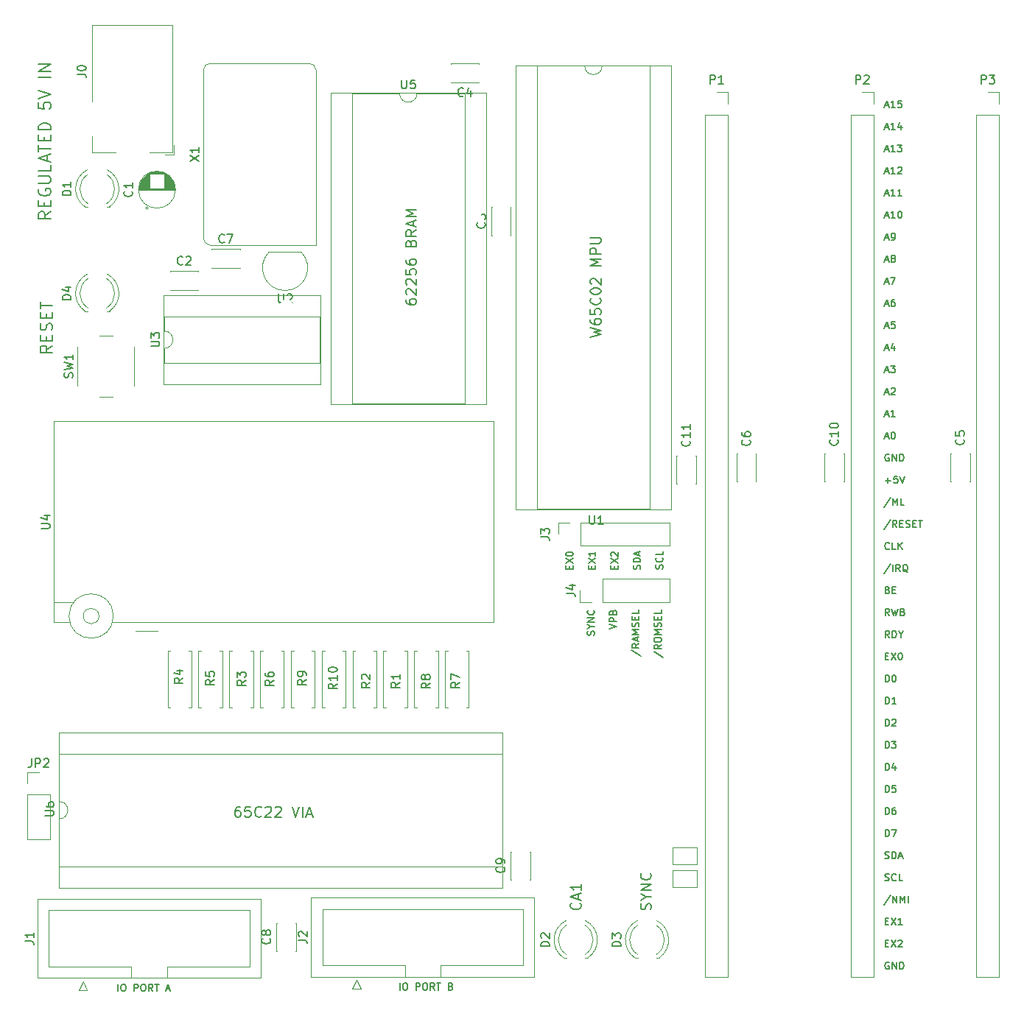
<source format=gbr>
G04 #@! TF.GenerationSoftware,KiCad,Pcbnew,(5.1.10)-1*
G04 #@! TF.CreationDate,2021-08-14T13:08:27-07:00*
G04 #@! TF.ProjectId,be6502x,62653635-3032-4782-9e6b-696361645f70,1*
G04 #@! TF.SameCoordinates,Original*
G04 #@! TF.FileFunction,Legend,Top*
G04 #@! TF.FilePolarity,Positive*
%FSLAX46Y46*%
G04 Gerber Fmt 4.6, Leading zero omitted, Abs format (unit mm)*
G04 Created by KiCad (PCBNEW (5.1.10)-1) date 2021-08-14 13:08:27*
%MOMM*%
%LPD*%
G01*
G04 APERTURE LIST*
%ADD10C,0.152400*%
%ADD11C,0.120000*%
%ADD12C,0.150000*%
%ADD13C,1.600000*%
%ADD14C,1.700000*%
%ADD15C,2.000000*%
%ADD16O,1.600000X1.600000*%
%ADD17O,1.700000X1.700000*%
%ADD18R,1.700000X1.700000*%
%ADD19R,1.000000X1.500000*%
%ADD20R,1.600000X1.600000*%
%ADD21R,1.300000X1.300000*%
%ADD22C,1.300000*%
%ADD23O,1.440000X2.000000*%
%ADD24R,1.440000X2.000000*%
%ADD25R,3.500000X3.500000*%
%ADD26C,1.800000*%
%ADD27R,1.800000X1.800000*%
%ADD28C,1.200000*%
%ADD29R,1.200000X1.200000*%
G04 APERTURE END LIST*
D10*
X106657714Y-139125143D02*
X106714857Y-138953714D01*
X106714857Y-138668000D01*
X106657714Y-138553714D01*
X106600571Y-138496571D01*
X106486285Y-138439429D01*
X106372000Y-138439429D01*
X106257714Y-138496571D01*
X106200571Y-138553714D01*
X106143428Y-138668000D01*
X106086285Y-138896571D01*
X106029142Y-139010857D01*
X105972000Y-139068000D01*
X105857714Y-139125143D01*
X105743428Y-139125143D01*
X105629142Y-139068000D01*
X105572000Y-139010857D01*
X105514857Y-138896571D01*
X105514857Y-138610857D01*
X105572000Y-138439429D01*
X106143428Y-137696571D02*
X106714857Y-137696571D01*
X105514857Y-138096571D02*
X106143428Y-137696571D01*
X105514857Y-137296571D01*
X106714857Y-136896571D02*
X105514857Y-136896571D01*
X106714857Y-136210857D01*
X105514857Y-136210857D01*
X106600571Y-134953714D02*
X106657714Y-135010857D01*
X106714857Y-135182286D01*
X106714857Y-135296571D01*
X106657714Y-135468000D01*
X106543428Y-135582286D01*
X106429142Y-135639429D01*
X106200571Y-135696571D01*
X106029142Y-135696571D01*
X105800571Y-135639429D01*
X105686285Y-135582286D01*
X105572000Y-135468000D01*
X105514857Y-135296571D01*
X105514857Y-135182286D01*
X105572000Y-135010857D01*
X105629142Y-134953714D01*
X98536071Y-138382285D02*
X98593214Y-138439428D01*
X98650357Y-138610857D01*
X98650357Y-138725142D01*
X98593214Y-138896571D01*
X98478928Y-139010857D01*
X98364642Y-139068000D01*
X98136071Y-139125142D01*
X97964642Y-139125142D01*
X97736071Y-139068000D01*
X97621785Y-139010857D01*
X97507500Y-138896571D01*
X97450357Y-138725142D01*
X97450357Y-138610857D01*
X97507500Y-138439428D01*
X97564642Y-138382285D01*
X98307500Y-137925142D02*
X98307500Y-137353714D01*
X98650357Y-138039428D02*
X97450357Y-137639428D01*
X98650357Y-137239428D01*
X98650357Y-136210857D02*
X98650357Y-136896571D01*
X98650357Y-136553714D02*
X97450357Y-136553714D01*
X97621785Y-136668000D01*
X97736071Y-136782285D01*
X97793214Y-136896571D01*
X37717333Y-58866666D02*
X37050666Y-59333333D01*
X37717333Y-59666666D02*
X36317333Y-59666666D01*
X36317333Y-59133333D01*
X36384000Y-59000000D01*
X36450666Y-58933333D01*
X36584000Y-58866666D01*
X36784000Y-58866666D01*
X36917333Y-58933333D01*
X36984000Y-59000000D01*
X37050666Y-59133333D01*
X37050666Y-59666666D01*
X36984000Y-58266666D02*
X36984000Y-57800000D01*
X37717333Y-57600000D02*
X37717333Y-58266666D01*
X36317333Y-58266666D01*
X36317333Y-57600000D01*
X36384000Y-56266666D02*
X36317333Y-56400000D01*
X36317333Y-56600000D01*
X36384000Y-56800000D01*
X36517333Y-56933333D01*
X36650666Y-57000000D01*
X36917333Y-57066666D01*
X37117333Y-57066666D01*
X37384000Y-57000000D01*
X37517333Y-56933333D01*
X37650666Y-56800000D01*
X37717333Y-56600000D01*
X37717333Y-56466666D01*
X37650666Y-56266666D01*
X37584000Y-56200000D01*
X37117333Y-56200000D01*
X37117333Y-56466666D01*
X36317333Y-55600000D02*
X37450666Y-55600000D01*
X37584000Y-55533333D01*
X37650666Y-55466666D01*
X37717333Y-55333333D01*
X37717333Y-55066666D01*
X37650666Y-54933333D01*
X37584000Y-54866666D01*
X37450666Y-54800000D01*
X36317333Y-54800000D01*
X37717333Y-53466666D02*
X37717333Y-54133333D01*
X36317333Y-54133333D01*
X37317333Y-53066666D02*
X37317333Y-52400000D01*
X37717333Y-53200000D02*
X36317333Y-52733333D01*
X37717333Y-52266666D01*
X36317333Y-52000000D02*
X36317333Y-51200000D01*
X37717333Y-51600000D02*
X36317333Y-51600000D01*
X36984000Y-50733333D02*
X36984000Y-50266666D01*
X37717333Y-50066666D02*
X37717333Y-50733333D01*
X36317333Y-50733333D01*
X36317333Y-50066666D01*
X37717333Y-49466666D02*
X36317333Y-49466666D01*
X36317333Y-49133333D01*
X36384000Y-48933333D01*
X36517333Y-48800000D01*
X36650666Y-48733333D01*
X36917333Y-48666666D01*
X37117333Y-48666666D01*
X37384000Y-48733333D01*
X37517333Y-48800000D01*
X37650666Y-48933333D01*
X37717333Y-49133333D01*
X37717333Y-49466666D01*
X36317333Y-46333333D02*
X36317333Y-47000000D01*
X36984000Y-47066666D01*
X36917333Y-47000000D01*
X36850666Y-46866666D01*
X36850666Y-46533333D01*
X36917333Y-46400000D01*
X36984000Y-46333333D01*
X37117333Y-46266666D01*
X37450666Y-46266666D01*
X37584000Y-46333333D01*
X37650666Y-46400000D01*
X37717333Y-46533333D01*
X37717333Y-46866666D01*
X37650666Y-47000000D01*
X37584000Y-47066666D01*
X36317333Y-45866666D02*
X37717333Y-45400000D01*
X36317333Y-44933333D01*
X37717333Y-43400000D02*
X36317333Y-43400000D01*
X37717333Y-42733333D02*
X36317333Y-42733333D01*
X37717333Y-41933333D01*
X36317333Y-41933333D01*
X37907833Y-74296333D02*
X37241166Y-74763000D01*
X37907833Y-75096333D02*
X36507833Y-75096333D01*
X36507833Y-74563000D01*
X36574500Y-74429666D01*
X36641166Y-74363000D01*
X36774500Y-74296333D01*
X36974500Y-74296333D01*
X37107833Y-74363000D01*
X37174500Y-74429666D01*
X37241166Y-74563000D01*
X37241166Y-75096333D01*
X37174500Y-73696333D02*
X37174500Y-73229666D01*
X37907833Y-73029666D02*
X37907833Y-73696333D01*
X36507833Y-73696333D01*
X36507833Y-73029666D01*
X37841166Y-72496333D02*
X37907833Y-72296333D01*
X37907833Y-71963000D01*
X37841166Y-71829666D01*
X37774500Y-71763000D01*
X37641166Y-71696333D01*
X37507833Y-71696333D01*
X37374500Y-71763000D01*
X37307833Y-71829666D01*
X37241166Y-71963000D01*
X37174500Y-72229666D01*
X37107833Y-72363000D01*
X37041166Y-72429666D01*
X36907833Y-72496333D01*
X36774500Y-72496333D01*
X36641166Y-72429666D01*
X36574500Y-72363000D01*
X36507833Y-72229666D01*
X36507833Y-71896333D01*
X36574500Y-71696333D01*
X37174500Y-71096333D02*
X37174500Y-70629666D01*
X37907833Y-70429666D02*
X37907833Y-71096333D01*
X36507833Y-71096333D01*
X36507833Y-70429666D01*
X36507833Y-70029666D02*
X36507833Y-69229666D01*
X37907833Y-69629666D02*
X36507833Y-69629666D01*
X77835880Y-148386195D02*
X77835880Y-147573395D01*
X78377747Y-147573395D02*
X78532566Y-147573395D01*
X78609976Y-147612100D01*
X78687385Y-147689509D01*
X78726090Y-147844328D01*
X78726090Y-148115261D01*
X78687385Y-148270080D01*
X78609976Y-148347490D01*
X78532566Y-148386195D01*
X78377747Y-148386195D01*
X78300338Y-148347490D01*
X78222928Y-148270080D01*
X78184223Y-148115261D01*
X78184223Y-147844328D01*
X78222928Y-147689509D01*
X78300338Y-147612100D01*
X78377747Y-147573395D01*
X79693709Y-148386195D02*
X79693709Y-147573395D01*
X80003347Y-147573395D01*
X80080757Y-147612100D01*
X80119461Y-147650804D01*
X80158166Y-147728214D01*
X80158166Y-147844328D01*
X80119461Y-147921738D01*
X80080757Y-147960442D01*
X80003347Y-147999147D01*
X79693709Y-147999147D01*
X80661328Y-147573395D02*
X80816147Y-147573395D01*
X80893557Y-147612100D01*
X80970966Y-147689509D01*
X81009671Y-147844328D01*
X81009671Y-148115261D01*
X80970966Y-148270080D01*
X80893557Y-148347490D01*
X80816147Y-148386195D01*
X80661328Y-148386195D01*
X80583919Y-148347490D01*
X80506509Y-148270080D01*
X80467804Y-148115261D01*
X80467804Y-147844328D01*
X80506509Y-147689509D01*
X80583919Y-147612100D01*
X80661328Y-147573395D01*
X81822471Y-148386195D02*
X81551538Y-147999147D01*
X81358014Y-148386195D02*
X81358014Y-147573395D01*
X81667652Y-147573395D01*
X81745061Y-147612100D01*
X81783766Y-147650804D01*
X81822471Y-147728214D01*
X81822471Y-147844328D01*
X81783766Y-147921738D01*
X81745061Y-147960442D01*
X81667652Y-147999147D01*
X81358014Y-147999147D01*
X82054700Y-147573395D02*
X82519157Y-147573395D01*
X82286928Y-148386195D02*
X82286928Y-147573395D01*
X83680300Y-147960442D02*
X83796414Y-147999147D01*
X83835119Y-148037852D01*
X83873823Y-148115261D01*
X83873823Y-148231376D01*
X83835119Y-148308785D01*
X83796414Y-148347490D01*
X83719004Y-148386195D01*
X83409366Y-148386195D01*
X83409366Y-147573395D01*
X83680300Y-147573395D01*
X83757709Y-147612100D01*
X83796414Y-147650804D01*
X83835119Y-147728214D01*
X83835119Y-147805623D01*
X83796414Y-147883033D01*
X83757709Y-147921738D01*
X83680300Y-147960442D01*
X83409366Y-147960442D01*
X45445438Y-148513195D02*
X45445438Y-147700395D01*
X45987304Y-147700395D02*
X46142123Y-147700395D01*
X46219533Y-147739100D01*
X46296942Y-147816509D01*
X46335647Y-147971328D01*
X46335647Y-148242261D01*
X46296942Y-148397080D01*
X46219533Y-148474490D01*
X46142123Y-148513195D01*
X45987304Y-148513195D01*
X45909895Y-148474490D01*
X45832485Y-148397080D01*
X45793780Y-148242261D01*
X45793780Y-147971328D01*
X45832485Y-147816509D01*
X45909895Y-147739100D01*
X45987304Y-147700395D01*
X47303266Y-148513195D02*
X47303266Y-147700395D01*
X47612904Y-147700395D01*
X47690314Y-147739100D01*
X47729019Y-147777804D01*
X47767723Y-147855214D01*
X47767723Y-147971328D01*
X47729019Y-148048738D01*
X47690314Y-148087442D01*
X47612904Y-148126147D01*
X47303266Y-148126147D01*
X48270885Y-147700395D02*
X48425704Y-147700395D01*
X48503114Y-147739100D01*
X48580523Y-147816509D01*
X48619228Y-147971328D01*
X48619228Y-148242261D01*
X48580523Y-148397080D01*
X48503114Y-148474490D01*
X48425704Y-148513195D01*
X48270885Y-148513195D01*
X48193476Y-148474490D01*
X48116066Y-148397080D01*
X48077361Y-148242261D01*
X48077361Y-147971328D01*
X48116066Y-147816509D01*
X48193476Y-147739100D01*
X48270885Y-147700395D01*
X49432028Y-148513195D02*
X49161095Y-148126147D01*
X48967571Y-148513195D02*
X48967571Y-147700395D01*
X49277209Y-147700395D01*
X49354619Y-147739100D01*
X49393323Y-147777804D01*
X49432028Y-147855214D01*
X49432028Y-147971328D01*
X49393323Y-148048738D01*
X49354619Y-148087442D01*
X49277209Y-148126147D01*
X48967571Y-148126147D01*
X49664257Y-147700395D02*
X50128714Y-147700395D01*
X49896485Y-148513195D02*
X49896485Y-147700395D01*
X50980219Y-148280966D02*
X51367266Y-148280966D01*
X50902809Y-148513195D02*
X51173742Y-147700395D01*
X51444676Y-148513195D01*
X99736357Y-73271928D02*
X100936357Y-72986214D01*
X100079214Y-72757642D01*
X100936357Y-72529071D01*
X99736357Y-72243357D01*
X99736357Y-71271928D02*
X99736357Y-71500500D01*
X99793500Y-71614785D01*
X99850642Y-71671928D01*
X100022071Y-71786214D01*
X100250642Y-71843357D01*
X100707785Y-71843357D01*
X100822071Y-71786214D01*
X100879214Y-71729071D01*
X100936357Y-71614785D01*
X100936357Y-71386214D01*
X100879214Y-71271928D01*
X100822071Y-71214785D01*
X100707785Y-71157642D01*
X100422071Y-71157642D01*
X100307785Y-71214785D01*
X100250642Y-71271928D01*
X100193500Y-71386214D01*
X100193500Y-71614785D01*
X100250642Y-71729071D01*
X100307785Y-71786214D01*
X100422071Y-71843357D01*
X99736357Y-70071928D02*
X99736357Y-70643357D01*
X100307785Y-70700500D01*
X100250642Y-70643357D01*
X100193500Y-70529071D01*
X100193500Y-70243357D01*
X100250642Y-70129071D01*
X100307785Y-70071928D01*
X100422071Y-70014785D01*
X100707785Y-70014785D01*
X100822071Y-70071928D01*
X100879214Y-70129071D01*
X100936357Y-70243357D01*
X100936357Y-70529071D01*
X100879214Y-70643357D01*
X100822071Y-70700500D01*
X100822071Y-68814785D02*
X100879214Y-68871928D01*
X100936357Y-69043357D01*
X100936357Y-69157642D01*
X100879214Y-69329071D01*
X100764928Y-69443357D01*
X100650642Y-69500500D01*
X100422071Y-69557642D01*
X100250642Y-69557642D01*
X100022071Y-69500500D01*
X99907785Y-69443357D01*
X99793500Y-69329071D01*
X99736357Y-69157642D01*
X99736357Y-69043357D01*
X99793500Y-68871928D01*
X99850642Y-68814785D01*
X99736357Y-68071928D02*
X99736357Y-67957642D01*
X99793500Y-67843357D01*
X99850642Y-67786214D01*
X99964928Y-67729071D01*
X100193500Y-67671928D01*
X100479214Y-67671928D01*
X100707785Y-67729071D01*
X100822071Y-67786214D01*
X100879214Y-67843357D01*
X100936357Y-67957642D01*
X100936357Y-68071928D01*
X100879214Y-68186214D01*
X100822071Y-68243357D01*
X100707785Y-68300500D01*
X100479214Y-68357642D01*
X100193500Y-68357642D01*
X99964928Y-68300500D01*
X99850642Y-68243357D01*
X99793500Y-68186214D01*
X99736357Y-68071928D01*
X99850642Y-67214785D02*
X99793500Y-67157642D01*
X99736357Y-67043357D01*
X99736357Y-66757642D01*
X99793500Y-66643357D01*
X99850642Y-66586214D01*
X99964928Y-66529071D01*
X100079214Y-66529071D01*
X100250642Y-66586214D01*
X100936357Y-67271928D01*
X100936357Y-66529071D01*
X100936357Y-65100500D02*
X99736357Y-65100500D01*
X100593500Y-64700500D01*
X99736357Y-64300500D01*
X100936357Y-64300500D01*
X100936357Y-63729071D02*
X99736357Y-63729071D01*
X99736357Y-63271928D01*
X99793500Y-63157642D01*
X99850642Y-63100500D01*
X99964928Y-63043357D01*
X100136357Y-63043357D01*
X100250642Y-63100500D01*
X100307785Y-63157642D01*
X100364928Y-63271928D01*
X100364928Y-63729071D01*
X99736357Y-62529071D02*
X100707785Y-62529071D01*
X100822071Y-62471928D01*
X100879214Y-62414785D01*
X100936357Y-62300500D01*
X100936357Y-62071928D01*
X100879214Y-61957642D01*
X100822071Y-61900500D01*
X100707785Y-61843357D01*
X99736357Y-61843357D01*
X78527357Y-68985785D02*
X78527357Y-69214357D01*
X78584500Y-69328642D01*
X78641642Y-69385785D01*
X78813071Y-69500071D01*
X79041642Y-69557214D01*
X79498785Y-69557214D01*
X79613071Y-69500071D01*
X79670214Y-69442928D01*
X79727357Y-69328642D01*
X79727357Y-69100071D01*
X79670214Y-68985785D01*
X79613071Y-68928642D01*
X79498785Y-68871500D01*
X79213071Y-68871500D01*
X79098785Y-68928642D01*
X79041642Y-68985785D01*
X78984500Y-69100071D01*
X78984500Y-69328642D01*
X79041642Y-69442928D01*
X79098785Y-69500071D01*
X79213071Y-69557214D01*
X78641642Y-68414357D02*
X78584500Y-68357214D01*
X78527357Y-68242928D01*
X78527357Y-67957214D01*
X78584500Y-67842928D01*
X78641642Y-67785785D01*
X78755928Y-67728642D01*
X78870214Y-67728642D01*
X79041642Y-67785785D01*
X79727357Y-68471500D01*
X79727357Y-67728642D01*
X78641642Y-67271500D02*
X78584500Y-67214357D01*
X78527357Y-67100071D01*
X78527357Y-66814357D01*
X78584500Y-66700071D01*
X78641642Y-66642928D01*
X78755928Y-66585785D01*
X78870214Y-66585785D01*
X79041642Y-66642928D01*
X79727357Y-67328642D01*
X79727357Y-66585785D01*
X78527357Y-65500071D02*
X78527357Y-66071500D01*
X79098785Y-66128642D01*
X79041642Y-66071500D01*
X78984500Y-65957214D01*
X78984500Y-65671500D01*
X79041642Y-65557214D01*
X79098785Y-65500071D01*
X79213071Y-65442928D01*
X79498785Y-65442928D01*
X79613071Y-65500071D01*
X79670214Y-65557214D01*
X79727357Y-65671500D01*
X79727357Y-65957214D01*
X79670214Y-66071500D01*
X79613071Y-66128642D01*
X78527357Y-64414357D02*
X78527357Y-64642928D01*
X78584500Y-64757214D01*
X78641642Y-64814357D01*
X78813071Y-64928642D01*
X79041642Y-64985785D01*
X79498785Y-64985785D01*
X79613071Y-64928642D01*
X79670214Y-64871500D01*
X79727357Y-64757214D01*
X79727357Y-64528642D01*
X79670214Y-64414357D01*
X79613071Y-64357214D01*
X79498785Y-64300071D01*
X79213071Y-64300071D01*
X79098785Y-64357214D01*
X79041642Y-64414357D01*
X78984500Y-64528642D01*
X78984500Y-64757214D01*
X79041642Y-64871500D01*
X79098785Y-64928642D01*
X79213071Y-64985785D01*
X79098785Y-62471500D02*
X79155928Y-62300071D01*
X79213071Y-62242928D01*
X79327357Y-62185785D01*
X79498785Y-62185785D01*
X79613071Y-62242928D01*
X79670214Y-62300071D01*
X79727357Y-62414357D01*
X79727357Y-62871500D01*
X78527357Y-62871500D01*
X78527357Y-62471500D01*
X78584500Y-62357214D01*
X78641642Y-62300071D01*
X78755928Y-62242928D01*
X78870214Y-62242928D01*
X78984500Y-62300071D01*
X79041642Y-62357214D01*
X79098785Y-62471500D01*
X79098785Y-62871500D01*
X79727357Y-60985785D02*
X79155928Y-61385785D01*
X79727357Y-61671500D02*
X78527357Y-61671500D01*
X78527357Y-61214357D01*
X78584500Y-61100071D01*
X78641642Y-61042928D01*
X78755928Y-60985785D01*
X78927357Y-60985785D01*
X79041642Y-61042928D01*
X79098785Y-61100071D01*
X79155928Y-61214357D01*
X79155928Y-61671500D01*
X79384500Y-60528642D02*
X79384500Y-59957214D01*
X79727357Y-60642928D02*
X78527357Y-60242928D01*
X79727357Y-59842928D01*
X79727357Y-59442928D02*
X78527357Y-59442928D01*
X79384500Y-59042928D01*
X78527357Y-58642928D01*
X79727357Y-58642928D01*
X59452357Y-127295357D02*
X59223785Y-127295357D01*
X59109500Y-127352500D01*
X59052357Y-127409642D01*
X58938071Y-127581071D01*
X58880928Y-127809642D01*
X58880928Y-128266785D01*
X58938071Y-128381071D01*
X58995214Y-128438214D01*
X59109500Y-128495357D01*
X59338071Y-128495357D01*
X59452357Y-128438214D01*
X59509500Y-128381071D01*
X59566642Y-128266785D01*
X59566642Y-127981071D01*
X59509500Y-127866785D01*
X59452357Y-127809642D01*
X59338071Y-127752500D01*
X59109500Y-127752500D01*
X58995214Y-127809642D01*
X58938071Y-127866785D01*
X58880928Y-127981071D01*
X60652357Y-127295357D02*
X60080928Y-127295357D01*
X60023785Y-127866785D01*
X60080928Y-127809642D01*
X60195214Y-127752500D01*
X60480928Y-127752500D01*
X60595214Y-127809642D01*
X60652357Y-127866785D01*
X60709500Y-127981071D01*
X60709500Y-128266785D01*
X60652357Y-128381071D01*
X60595214Y-128438214D01*
X60480928Y-128495357D01*
X60195214Y-128495357D01*
X60080928Y-128438214D01*
X60023785Y-128381071D01*
X61909500Y-128381071D02*
X61852357Y-128438214D01*
X61680928Y-128495357D01*
X61566642Y-128495357D01*
X61395214Y-128438214D01*
X61280928Y-128323928D01*
X61223785Y-128209642D01*
X61166642Y-127981071D01*
X61166642Y-127809642D01*
X61223785Y-127581071D01*
X61280928Y-127466785D01*
X61395214Y-127352500D01*
X61566642Y-127295357D01*
X61680928Y-127295357D01*
X61852357Y-127352500D01*
X61909500Y-127409642D01*
X62366642Y-127409642D02*
X62423785Y-127352500D01*
X62538071Y-127295357D01*
X62823785Y-127295357D01*
X62938071Y-127352500D01*
X62995214Y-127409642D01*
X63052357Y-127523928D01*
X63052357Y-127638214D01*
X62995214Y-127809642D01*
X62309500Y-128495357D01*
X63052357Y-128495357D01*
X63509500Y-127409642D02*
X63566642Y-127352500D01*
X63680928Y-127295357D01*
X63966642Y-127295357D01*
X64080928Y-127352500D01*
X64138071Y-127409642D01*
X64195214Y-127523928D01*
X64195214Y-127638214D01*
X64138071Y-127809642D01*
X63452357Y-128495357D01*
X64195214Y-128495357D01*
X65452357Y-127295357D02*
X65852357Y-128495357D01*
X66252357Y-127295357D01*
X66652357Y-128495357D02*
X66652357Y-127295357D01*
X67166642Y-128152500D02*
X67738071Y-128152500D01*
X67052357Y-128495357D02*
X67452357Y-127295357D01*
X67852357Y-128495357D01*
X107021690Y-109424409D02*
X108066719Y-110121094D01*
X107873195Y-108689018D02*
X107486147Y-108959951D01*
X107873195Y-109153475D02*
X107060395Y-109153475D01*
X107060395Y-108843837D01*
X107099100Y-108766428D01*
X107137804Y-108727723D01*
X107215214Y-108689018D01*
X107331328Y-108689018D01*
X107408738Y-108727723D01*
X107447442Y-108766428D01*
X107486147Y-108843837D01*
X107486147Y-109153475D01*
X107060395Y-108185856D02*
X107060395Y-108031037D01*
X107099100Y-107953628D01*
X107176509Y-107876218D01*
X107331328Y-107837513D01*
X107602261Y-107837513D01*
X107757080Y-107876218D01*
X107834490Y-107953628D01*
X107873195Y-108031037D01*
X107873195Y-108185856D01*
X107834490Y-108263266D01*
X107757080Y-108340675D01*
X107602261Y-108379380D01*
X107331328Y-108379380D01*
X107176509Y-108340675D01*
X107099100Y-108263266D01*
X107060395Y-108185856D01*
X107873195Y-107489170D02*
X107060395Y-107489170D01*
X107640966Y-107218237D01*
X107060395Y-106947304D01*
X107873195Y-106947304D01*
X107834490Y-106598961D02*
X107873195Y-106482847D01*
X107873195Y-106289323D01*
X107834490Y-106211913D01*
X107795785Y-106173209D01*
X107718376Y-106134504D01*
X107640966Y-106134504D01*
X107563557Y-106173209D01*
X107524852Y-106211913D01*
X107486147Y-106289323D01*
X107447442Y-106444142D01*
X107408738Y-106521551D01*
X107370033Y-106560256D01*
X107292623Y-106598961D01*
X107215214Y-106598961D01*
X107137804Y-106560256D01*
X107099100Y-106521551D01*
X107060395Y-106444142D01*
X107060395Y-106250618D01*
X107099100Y-106134504D01*
X107447442Y-105786161D02*
X107447442Y-105515228D01*
X107873195Y-105399113D02*
X107873195Y-105786161D01*
X107060395Y-105786161D01*
X107060395Y-105399113D01*
X107873195Y-104663723D02*
X107873195Y-105050770D01*
X107060395Y-105050770D01*
X104460522Y-109269590D02*
X105505551Y-109966276D01*
X105312027Y-108534200D02*
X104924979Y-108805133D01*
X105312027Y-108998657D02*
X104499227Y-108998657D01*
X104499227Y-108689019D01*
X104537932Y-108611609D01*
X104576636Y-108572904D01*
X104654046Y-108534200D01*
X104770160Y-108534200D01*
X104847570Y-108572904D01*
X104886274Y-108611609D01*
X104924979Y-108689019D01*
X104924979Y-108998657D01*
X105079798Y-108224561D02*
X105079798Y-107837514D01*
X105312027Y-108301971D02*
X104499227Y-108031038D01*
X105312027Y-107760104D01*
X105312027Y-107489171D02*
X104499227Y-107489171D01*
X105079798Y-107218238D01*
X104499227Y-106947304D01*
X105312027Y-106947304D01*
X105273322Y-106598961D02*
X105312027Y-106482847D01*
X105312027Y-106289323D01*
X105273322Y-106211914D01*
X105234617Y-106173209D01*
X105157208Y-106134504D01*
X105079798Y-106134504D01*
X105002389Y-106173209D01*
X104963684Y-106211914D01*
X104924979Y-106289323D01*
X104886274Y-106444142D01*
X104847570Y-106521552D01*
X104808865Y-106560257D01*
X104731455Y-106598961D01*
X104654046Y-106598961D01*
X104576636Y-106560257D01*
X104537932Y-106521552D01*
X104499227Y-106444142D01*
X104499227Y-106250619D01*
X104537932Y-106134504D01*
X104886274Y-105786161D02*
X104886274Y-105515228D01*
X105312027Y-105399114D02*
X105312027Y-105786161D01*
X104499227Y-105786161D01*
X104499227Y-105399114D01*
X105312027Y-104663723D02*
X105312027Y-105050771D01*
X104499227Y-105050771D01*
X101938061Y-106831190D02*
X102750861Y-106560257D01*
X101938061Y-106289323D01*
X102750861Y-106018390D02*
X101938061Y-106018390D01*
X101938061Y-105708752D01*
X101976766Y-105631342D01*
X102015470Y-105592637D01*
X102092880Y-105553933D01*
X102208994Y-105553933D01*
X102286404Y-105592637D01*
X102325108Y-105631342D01*
X102363813Y-105708752D01*
X102363813Y-106018390D01*
X102325108Y-104934657D02*
X102363813Y-104818542D01*
X102402518Y-104779837D01*
X102479927Y-104741133D01*
X102596042Y-104741133D01*
X102673451Y-104779837D01*
X102712156Y-104818542D01*
X102750861Y-104895952D01*
X102750861Y-105205590D01*
X101938061Y-105205590D01*
X101938061Y-104934657D01*
X101976766Y-104857247D01*
X102015470Y-104818542D01*
X102092880Y-104779837D01*
X102170289Y-104779837D01*
X102247699Y-104818542D01*
X102286404Y-104857247D01*
X102325108Y-104934657D01*
X102325108Y-105205590D01*
X100150990Y-107566580D02*
X100189695Y-107450466D01*
X100189695Y-107256942D01*
X100150990Y-107179533D01*
X100112285Y-107140828D01*
X100034876Y-107102123D01*
X99957466Y-107102123D01*
X99880057Y-107140828D01*
X99841352Y-107179533D01*
X99802647Y-107256942D01*
X99763942Y-107411761D01*
X99725238Y-107489171D01*
X99686533Y-107527876D01*
X99609123Y-107566580D01*
X99531714Y-107566580D01*
X99454304Y-107527876D01*
X99415600Y-107489171D01*
X99376895Y-107411761D01*
X99376895Y-107218237D01*
X99415600Y-107102123D01*
X99802647Y-106598961D02*
X100189695Y-106598961D01*
X99376895Y-106869895D02*
X99802647Y-106598961D01*
X99376895Y-106328028D01*
X100189695Y-106057095D02*
X99376895Y-106057095D01*
X100189695Y-105592637D01*
X99376895Y-105592637D01*
X100112285Y-104741133D02*
X100150990Y-104779837D01*
X100189695Y-104895952D01*
X100189695Y-104973361D01*
X100150990Y-105089476D01*
X100073580Y-105166885D01*
X99996171Y-105205590D01*
X99841352Y-105244295D01*
X99725238Y-105244295D01*
X99570419Y-105205590D01*
X99493009Y-105166885D01*
X99415600Y-105089476D01*
X99376895Y-104973361D01*
X99376895Y-104895952D01*
X99415600Y-104779837D01*
X99454304Y-104741133D01*
X108024990Y-99944766D02*
X108063695Y-99828651D01*
X108063695Y-99635127D01*
X108024990Y-99557718D01*
X107986285Y-99519013D01*
X107908876Y-99480308D01*
X107831466Y-99480308D01*
X107754057Y-99519013D01*
X107715352Y-99557718D01*
X107676647Y-99635127D01*
X107637942Y-99789947D01*
X107599238Y-99867356D01*
X107560533Y-99906061D01*
X107483123Y-99944766D01*
X107405714Y-99944766D01*
X107328304Y-99906061D01*
X107289600Y-99867356D01*
X107250895Y-99789947D01*
X107250895Y-99596423D01*
X107289600Y-99480308D01*
X107986285Y-98667508D02*
X108024990Y-98706213D01*
X108063695Y-98822327D01*
X108063695Y-98899737D01*
X108024990Y-99015851D01*
X107947580Y-99093261D01*
X107870171Y-99131966D01*
X107715352Y-99170670D01*
X107599238Y-99170670D01*
X107444419Y-99131966D01*
X107367009Y-99093261D01*
X107289600Y-99015851D01*
X107250895Y-98899737D01*
X107250895Y-98822327D01*
X107289600Y-98706213D01*
X107328304Y-98667508D01*
X108063695Y-97932118D02*
X108063695Y-98319166D01*
X107250895Y-98319166D01*
X105437365Y-99983471D02*
X105476070Y-99867357D01*
X105476070Y-99673833D01*
X105437365Y-99596423D01*
X105398660Y-99557719D01*
X105321251Y-99519014D01*
X105243841Y-99519014D01*
X105166432Y-99557719D01*
X105127727Y-99596423D01*
X105089022Y-99673833D01*
X105050317Y-99828652D01*
X105011613Y-99906061D01*
X104972908Y-99944766D01*
X104895498Y-99983471D01*
X104818089Y-99983471D01*
X104740679Y-99944766D01*
X104701975Y-99906061D01*
X104663270Y-99828652D01*
X104663270Y-99635128D01*
X104701975Y-99519014D01*
X105476070Y-99170671D02*
X104663270Y-99170671D01*
X104663270Y-98977147D01*
X104701975Y-98861033D01*
X104779384Y-98783623D01*
X104856794Y-98744919D01*
X105011613Y-98706214D01*
X105127727Y-98706214D01*
X105282546Y-98744919D01*
X105359955Y-98783623D01*
X105437365Y-98861033D01*
X105476070Y-98977147D01*
X105476070Y-99170671D01*
X105243841Y-98396576D02*
X105243841Y-98009528D01*
X105476070Y-98473985D02*
X104663270Y-98203052D01*
X105476070Y-97932119D01*
X102462692Y-99944766D02*
X102462692Y-99673833D01*
X102888445Y-99557719D02*
X102888445Y-99944766D01*
X102075645Y-99944766D01*
X102075645Y-99557719D01*
X102075645Y-99286785D02*
X102888445Y-98744919D01*
X102075645Y-98744919D02*
X102888445Y-99286785D01*
X102153054Y-98473985D02*
X102114350Y-98435280D01*
X102075645Y-98357871D01*
X102075645Y-98164347D01*
X102114350Y-98086938D01*
X102153054Y-98048233D01*
X102230464Y-98009528D01*
X102307873Y-98009528D01*
X102423988Y-98048233D01*
X102888445Y-98512690D01*
X102888445Y-98009528D01*
X99875067Y-99944766D02*
X99875067Y-99673833D01*
X100300820Y-99557719D02*
X100300820Y-99944766D01*
X99488020Y-99944766D01*
X99488020Y-99557719D01*
X99488020Y-99286785D02*
X100300820Y-98744919D01*
X99488020Y-98744919D02*
X100300820Y-99286785D01*
X100300820Y-98009528D02*
X100300820Y-98473985D01*
X100300820Y-98241757D02*
X99488020Y-98241757D01*
X99604134Y-98319166D01*
X99681544Y-98396576D01*
X99720248Y-98473985D01*
X97287442Y-99944766D02*
X97287442Y-99673833D01*
X97713195Y-99557719D02*
X97713195Y-99944766D01*
X96900395Y-99944766D01*
X96900395Y-99557719D01*
X96900395Y-99286785D02*
X97713195Y-98744919D01*
X96900395Y-98744919D02*
X97713195Y-99286785D01*
X96900395Y-98280461D02*
X96900395Y-98203052D01*
X96939100Y-98125642D01*
X96977804Y-98086938D01*
X97055214Y-98048233D01*
X97210033Y-98009528D01*
X97403557Y-98009528D01*
X97558376Y-98048233D01*
X97635785Y-98086938D01*
X97674490Y-98125642D01*
X97713195Y-98203052D01*
X97713195Y-98280461D01*
X97674490Y-98357871D01*
X97635785Y-98396576D01*
X97558376Y-98435280D01*
X97403557Y-98473985D01*
X97210033Y-98473985D01*
X97055214Y-98435280D01*
X96977804Y-98396576D01*
X96939100Y-98357871D01*
X96900395Y-98280461D01*
X134053337Y-145199100D02*
X133975928Y-145160395D01*
X133859814Y-145160395D01*
X133743699Y-145199100D01*
X133666290Y-145276509D01*
X133627585Y-145353919D01*
X133588880Y-145508738D01*
X133588880Y-145624852D01*
X133627585Y-145779671D01*
X133666290Y-145857080D01*
X133743699Y-145934490D01*
X133859814Y-145973195D01*
X133937223Y-145973195D01*
X134053337Y-145934490D01*
X134092042Y-145895785D01*
X134092042Y-145624852D01*
X133937223Y-145624852D01*
X134440385Y-145973195D02*
X134440385Y-145160395D01*
X134904842Y-145973195D01*
X134904842Y-145160395D01*
X135291890Y-145973195D02*
X135291890Y-145160395D01*
X135485414Y-145160395D01*
X135601528Y-145199100D01*
X135678937Y-145276509D01*
X135717642Y-145353919D01*
X135756347Y-145508738D01*
X135756347Y-145624852D01*
X135717642Y-145779671D01*
X135678937Y-145857080D01*
X135601528Y-145934490D01*
X135485414Y-145973195D01*
X135291890Y-145973195D01*
X133627585Y-143007442D02*
X133898518Y-143007442D01*
X134014632Y-143433195D02*
X133627585Y-143433195D01*
X133627585Y-142620395D01*
X134014632Y-142620395D01*
X134285566Y-142620395D02*
X134827432Y-143433195D01*
X134827432Y-142620395D02*
X134285566Y-143433195D01*
X135098366Y-142697804D02*
X135137071Y-142659100D01*
X135214480Y-142620395D01*
X135408004Y-142620395D01*
X135485413Y-142659100D01*
X135524118Y-142697804D01*
X135562823Y-142775214D01*
X135562823Y-142852623D01*
X135524118Y-142968738D01*
X135059661Y-143433195D01*
X135562823Y-143433195D01*
X133627585Y-140467442D02*
X133898518Y-140467442D01*
X134014632Y-140893195D02*
X133627585Y-140893195D01*
X133627585Y-140080395D01*
X134014632Y-140080395D01*
X134285566Y-140080395D02*
X134827432Y-140893195D01*
X134827432Y-140080395D02*
X134285566Y-140893195D01*
X135562823Y-140893195D02*
X135098366Y-140893195D01*
X135330594Y-140893195D02*
X135330594Y-140080395D01*
X135253185Y-140196509D01*
X135175775Y-140273919D01*
X135098366Y-140312623D01*
X134208156Y-137501690D02*
X133511470Y-138546719D01*
X134479089Y-138353195D02*
X134479089Y-137540395D01*
X134943547Y-138353195D01*
X134943547Y-137540395D01*
X135330594Y-138353195D02*
X135330594Y-137540395D01*
X135601527Y-138120966D01*
X135872461Y-137540395D01*
X135872461Y-138353195D01*
X136259508Y-138353195D02*
X136259508Y-137540395D01*
X133588880Y-135774490D02*
X133704995Y-135813195D01*
X133898519Y-135813195D01*
X133975928Y-135774490D01*
X134014633Y-135735785D01*
X134053338Y-135658376D01*
X134053338Y-135580966D01*
X134014633Y-135503557D01*
X133975928Y-135464852D01*
X133898519Y-135426147D01*
X133743700Y-135387442D01*
X133666290Y-135348738D01*
X133627585Y-135310033D01*
X133588880Y-135232623D01*
X133588880Y-135155214D01*
X133627585Y-135077804D01*
X133666290Y-135039100D01*
X133743700Y-135000395D01*
X133937223Y-135000395D01*
X134053338Y-135039100D01*
X134866138Y-135735785D02*
X134827433Y-135774490D01*
X134711319Y-135813195D01*
X134633909Y-135813195D01*
X134517795Y-135774490D01*
X134440385Y-135697080D01*
X134401680Y-135619671D01*
X134362976Y-135464852D01*
X134362976Y-135348738D01*
X134401680Y-135193919D01*
X134440385Y-135116509D01*
X134517795Y-135039100D01*
X134633909Y-135000395D01*
X134711319Y-135000395D01*
X134827433Y-135039100D01*
X134866138Y-135077804D01*
X135601528Y-135813195D02*
X135214480Y-135813195D01*
X135214480Y-135000395D01*
X133588880Y-133234490D02*
X133704994Y-133273195D01*
X133898518Y-133273195D01*
X133975928Y-133234490D01*
X134014632Y-133195785D01*
X134053337Y-133118376D01*
X134053337Y-133040966D01*
X134014632Y-132963557D01*
X133975928Y-132924852D01*
X133898518Y-132886147D01*
X133743699Y-132847442D01*
X133666290Y-132808738D01*
X133627585Y-132770033D01*
X133588880Y-132692623D01*
X133588880Y-132615214D01*
X133627585Y-132537804D01*
X133666290Y-132499100D01*
X133743699Y-132460395D01*
X133937223Y-132460395D01*
X134053337Y-132499100D01*
X134401680Y-133273195D02*
X134401680Y-132460395D01*
X134595204Y-132460395D01*
X134711318Y-132499100D01*
X134788728Y-132576509D01*
X134827432Y-132653919D01*
X134866137Y-132808738D01*
X134866137Y-132924852D01*
X134827432Y-133079671D01*
X134788728Y-133157080D01*
X134711318Y-133234490D01*
X134595204Y-133273195D01*
X134401680Y-133273195D01*
X135175775Y-133040966D02*
X135562823Y-133040966D01*
X135098366Y-133273195D02*
X135369299Y-132460395D01*
X135640232Y-133273195D01*
X133627585Y-130733195D02*
X133627585Y-129920395D01*
X133821109Y-129920395D01*
X133937223Y-129959100D01*
X134014632Y-130036509D01*
X134053337Y-130113919D01*
X134092042Y-130268738D01*
X134092042Y-130384852D01*
X134053337Y-130539671D01*
X134014632Y-130617080D01*
X133937223Y-130694490D01*
X133821109Y-130733195D01*
X133627585Y-130733195D01*
X134362975Y-129920395D02*
X134904842Y-129920395D01*
X134556499Y-130733195D01*
X133627585Y-128193195D02*
X133627585Y-127380395D01*
X133821109Y-127380395D01*
X133937223Y-127419100D01*
X134014632Y-127496509D01*
X134053337Y-127573919D01*
X134092042Y-127728738D01*
X134092042Y-127844852D01*
X134053337Y-127999671D01*
X134014632Y-128077080D01*
X133937223Y-128154490D01*
X133821109Y-128193195D01*
X133627585Y-128193195D01*
X134788728Y-127380395D02*
X134633909Y-127380395D01*
X134556499Y-127419100D01*
X134517794Y-127457804D01*
X134440385Y-127573919D01*
X134401680Y-127728738D01*
X134401680Y-128038376D01*
X134440385Y-128115785D01*
X134479089Y-128154490D01*
X134556499Y-128193195D01*
X134711318Y-128193195D01*
X134788728Y-128154490D01*
X134827432Y-128115785D01*
X134866137Y-128038376D01*
X134866137Y-127844852D01*
X134827432Y-127767442D01*
X134788728Y-127728738D01*
X134711318Y-127690033D01*
X134556499Y-127690033D01*
X134479089Y-127728738D01*
X134440385Y-127767442D01*
X134401680Y-127844852D01*
X133627585Y-125653195D02*
X133627585Y-124840395D01*
X133821109Y-124840395D01*
X133937223Y-124879100D01*
X134014632Y-124956509D01*
X134053337Y-125033919D01*
X134092042Y-125188738D01*
X134092042Y-125304852D01*
X134053337Y-125459671D01*
X134014632Y-125537080D01*
X133937223Y-125614490D01*
X133821109Y-125653195D01*
X133627585Y-125653195D01*
X134827432Y-124840395D02*
X134440385Y-124840395D01*
X134401680Y-125227442D01*
X134440385Y-125188738D01*
X134517794Y-125150033D01*
X134711318Y-125150033D01*
X134788728Y-125188738D01*
X134827432Y-125227442D01*
X134866137Y-125304852D01*
X134866137Y-125498376D01*
X134827432Y-125575785D01*
X134788728Y-125614490D01*
X134711318Y-125653195D01*
X134517794Y-125653195D01*
X134440385Y-125614490D01*
X134401680Y-125575785D01*
X133627585Y-123113195D02*
X133627585Y-122300395D01*
X133821109Y-122300395D01*
X133937223Y-122339100D01*
X134014632Y-122416509D01*
X134053337Y-122493919D01*
X134092042Y-122648738D01*
X134092042Y-122764852D01*
X134053337Y-122919671D01*
X134014632Y-122997080D01*
X133937223Y-123074490D01*
X133821109Y-123113195D01*
X133627585Y-123113195D01*
X134788728Y-122571328D02*
X134788728Y-123113195D01*
X134595204Y-122261690D02*
X134401680Y-122842261D01*
X134904842Y-122842261D01*
X133627585Y-120573195D02*
X133627585Y-119760395D01*
X133821109Y-119760395D01*
X133937223Y-119799100D01*
X134014632Y-119876509D01*
X134053337Y-119953919D01*
X134092042Y-120108738D01*
X134092042Y-120224852D01*
X134053337Y-120379671D01*
X134014632Y-120457080D01*
X133937223Y-120534490D01*
X133821109Y-120573195D01*
X133627585Y-120573195D01*
X134362975Y-119760395D02*
X134866137Y-119760395D01*
X134595204Y-120070033D01*
X134711318Y-120070033D01*
X134788728Y-120108738D01*
X134827432Y-120147442D01*
X134866137Y-120224852D01*
X134866137Y-120418376D01*
X134827432Y-120495785D01*
X134788728Y-120534490D01*
X134711318Y-120573195D01*
X134479089Y-120573195D01*
X134401680Y-120534490D01*
X134362975Y-120495785D01*
X133627585Y-118033195D02*
X133627585Y-117220395D01*
X133821109Y-117220395D01*
X133937223Y-117259100D01*
X134014632Y-117336509D01*
X134053337Y-117413919D01*
X134092042Y-117568738D01*
X134092042Y-117684852D01*
X134053337Y-117839671D01*
X134014632Y-117917080D01*
X133937223Y-117994490D01*
X133821109Y-118033195D01*
X133627585Y-118033195D01*
X134401680Y-117297804D02*
X134440385Y-117259100D01*
X134517794Y-117220395D01*
X134711318Y-117220395D01*
X134788728Y-117259100D01*
X134827432Y-117297804D01*
X134866137Y-117375214D01*
X134866137Y-117452623D01*
X134827432Y-117568738D01*
X134362975Y-118033195D01*
X134866137Y-118033195D01*
X133627585Y-115493195D02*
X133627585Y-114680395D01*
X133821109Y-114680395D01*
X133937223Y-114719100D01*
X134014632Y-114796509D01*
X134053337Y-114873919D01*
X134092042Y-115028738D01*
X134092042Y-115144852D01*
X134053337Y-115299671D01*
X134014632Y-115377080D01*
X133937223Y-115454490D01*
X133821109Y-115493195D01*
X133627585Y-115493195D01*
X134866137Y-115493195D02*
X134401680Y-115493195D01*
X134633909Y-115493195D02*
X134633909Y-114680395D01*
X134556499Y-114796509D01*
X134479089Y-114873919D01*
X134401680Y-114912623D01*
X133627585Y-112953195D02*
X133627585Y-112140395D01*
X133821109Y-112140395D01*
X133937223Y-112179100D01*
X134014632Y-112256509D01*
X134053337Y-112333919D01*
X134092042Y-112488738D01*
X134092042Y-112604852D01*
X134053337Y-112759671D01*
X134014632Y-112837080D01*
X133937223Y-112914490D01*
X133821109Y-112953195D01*
X133627585Y-112953195D01*
X134595204Y-112140395D02*
X134672613Y-112140395D01*
X134750023Y-112179100D01*
X134788728Y-112217804D01*
X134827432Y-112295214D01*
X134866137Y-112450033D01*
X134866137Y-112643557D01*
X134827432Y-112798376D01*
X134788728Y-112875785D01*
X134750023Y-112914490D01*
X134672613Y-112953195D01*
X134595204Y-112953195D01*
X134517794Y-112914490D01*
X134479089Y-112875785D01*
X134440385Y-112798376D01*
X134401680Y-112643557D01*
X134401680Y-112450033D01*
X134440385Y-112295214D01*
X134479089Y-112217804D01*
X134517794Y-112179100D01*
X134595204Y-112140395D01*
X133627585Y-109987442D02*
X133898518Y-109987442D01*
X134014632Y-110413195D02*
X133627585Y-110413195D01*
X133627585Y-109600395D01*
X134014632Y-109600395D01*
X134285566Y-109600395D02*
X134827432Y-110413195D01*
X134827432Y-109600395D02*
X134285566Y-110413195D01*
X135291890Y-109600395D02*
X135369299Y-109600395D01*
X135446709Y-109639100D01*
X135485413Y-109677804D01*
X135524118Y-109755214D01*
X135562823Y-109910033D01*
X135562823Y-110103557D01*
X135524118Y-110258376D01*
X135485413Y-110335785D01*
X135446709Y-110374490D01*
X135369299Y-110413195D01*
X135291890Y-110413195D01*
X135214480Y-110374490D01*
X135175775Y-110335785D01*
X135137071Y-110258376D01*
X135098366Y-110103557D01*
X135098366Y-109910033D01*
X135137071Y-109755214D01*
X135175775Y-109677804D01*
X135214480Y-109639100D01*
X135291890Y-109600395D01*
X134092043Y-107873195D02*
X133821109Y-107486147D01*
X133627585Y-107873195D02*
X133627585Y-107060395D01*
X133937224Y-107060395D01*
X134014633Y-107099100D01*
X134053338Y-107137804D01*
X134092043Y-107215214D01*
X134092043Y-107331328D01*
X134053338Y-107408738D01*
X134014633Y-107447442D01*
X133937224Y-107486147D01*
X133627585Y-107486147D01*
X134440385Y-107873195D02*
X134440385Y-107060395D01*
X134633909Y-107060395D01*
X134750024Y-107099100D01*
X134827433Y-107176509D01*
X134866138Y-107253919D01*
X134904843Y-107408738D01*
X134904843Y-107524852D01*
X134866138Y-107679671D01*
X134827433Y-107757080D01*
X134750024Y-107834490D01*
X134633909Y-107873195D01*
X134440385Y-107873195D01*
X135408005Y-107486147D02*
X135408005Y-107873195D01*
X135137071Y-107060395D02*
X135408005Y-107486147D01*
X135678938Y-107060395D01*
X134092042Y-105333195D02*
X133821109Y-104946147D01*
X133627585Y-105333195D02*
X133627585Y-104520395D01*
X133937223Y-104520395D01*
X134014633Y-104559100D01*
X134053338Y-104597804D01*
X134092042Y-104675214D01*
X134092042Y-104791328D01*
X134053338Y-104868738D01*
X134014633Y-104907442D01*
X133937223Y-104946147D01*
X133627585Y-104946147D01*
X134362976Y-104520395D02*
X134556499Y-105333195D01*
X134711319Y-104752623D01*
X134866138Y-105333195D01*
X135059661Y-104520395D01*
X135640233Y-104907442D02*
X135756347Y-104946147D01*
X135795052Y-104984852D01*
X135833757Y-105062261D01*
X135833757Y-105178376D01*
X135795052Y-105255785D01*
X135756347Y-105294490D01*
X135678938Y-105333195D01*
X135369299Y-105333195D01*
X135369299Y-104520395D01*
X135640233Y-104520395D01*
X135717642Y-104559100D01*
X135756347Y-104597804D01*
X135795052Y-104675214D01*
X135795052Y-104752623D01*
X135756347Y-104830033D01*
X135717642Y-104868738D01*
X135640233Y-104907442D01*
X135369299Y-104907442D01*
X133898518Y-102367442D02*
X134014633Y-102406147D01*
X134053337Y-102444852D01*
X134092042Y-102522261D01*
X134092042Y-102638376D01*
X134053337Y-102715785D01*
X134014633Y-102754490D01*
X133937223Y-102793195D01*
X133627585Y-102793195D01*
X133627585Y-101980395D01*
X133898518Y-101980395D01*
X133975928Y-102019100D01*
X134014633Y-102057804D01*
X134053337Y-102135214D01*
X134053337Y-102212623D01*
X134014633Y-102290033D01*
X133975928Y-102328738D01*
X133898518Y-102367442D01*
X133627585Y-102367442D01*
X134440385Y-102367442D02*
X134711318Y-102367442D01*
X134827433Y-102793195D02*
X134440385Y-102793195D01*
X134440385Y-101980395D01*
X134827433Y-101980395D01*
X134208156Y-99401690D02*
X133511470Y-100446719D01*
X134479090Y-100253195D02*
X134479090Y-99440395D01*
X135330594Y-100253195D02*
X135059661Y-99866147D01*
X134866137Y-100253195D02*
X134866137Y-99440395D01*
X135175775Y-99440395D01*
X135253185Y-99479100D01*
X135291890Y-99517804D01*
X135330594Y-99595214D01*
X135330594Y-99711328D01*
X135291890Y-99788738D01*
X135253185Y-99827442D01*
X135175775Y-99866147D01*
X134866137Y-99866147D01*
X136220804Y-100330604D02*
X136143394Y-100291900D01*
X136065985Y-100214490D01*
X135949870Y-100098376D01*
X135872461Y-100059671D01*
X135795051Y-100059671D01*
X135833756Y-100253195D02*
X135756347Y-100214490D01*
X135678937Y-100137080D01*
X135640232Y-99982261D01*
X135640232Y-99711328D01*
X135678937Y-99556509D01*
X135756347Y-99479100D01*
X135833756Y-99440395D01*
X135988575Y-99440395D01*
X136065985Y-99479100D01*
X136143394Y-99556509D01*
X136182099Y-99711328D01*
X136182099Y-99982261D01*
X136143394Y-100137080D01*
X136065985Y-100214490D01*
X135988575Y-100253195D01*
X135833756Y-100253195D01*
X134092042Y-97635785D02*
X134053337Y-97674490D01*
X133937223Y-97713195D01*
X133859813Y-97713195D01*
X133743699Y-97674490D01*
X133666290Y-97597080D01*
X133627585Y-97519671D01*
X133588880Y-97364852D01*
X133588880Y-97248738D01*
X133627585Y-97093919D01*
X133666290Y-97016509D01*
X133743699Y-96939100D01*
X133859813Y-96900395D01*
X133937223Y-96900395D01*
X134053337Y-96939100D01*
X134092042Y-96977804D01*
X134827432Y-97713195D02*
X134440385Y-97713195D01*
X134440385Y-96900395D01*
X135098366Y-97713195D02*
X135098366Y-96900395D01*
X135562823Y-97713195D02*
X135214480Y-97248738D01*
X135562823Y-96900395D02*
X135098366Y-97364852D01*
X134208156Y-94321690D02*
X133511470Y-95366719D01*
X134943547Y-95173195D02*
X134672613Y-94786147D01*
X134479090Y-95173195D02*
X134479090Y-94360395D01*
X134788728Y-94360395D01*
X134866137Y-94399100D01*
X134904842Y-94437804D01*
X134943547Y-94515214D01*
X134943547Y-94631328D01*
X134904842Y-94708738D01*
X134866137Y-94747442D01*
X134788728Y-94786147D01*
X134479090Y-94786147D01*
X135291890Y-94747442D02*
X135562823Y-94747442D01*
X135678937Y-95173195D02*
X135291890Y-95173195D01*
X135291890Y-94360395D01*
X135678937Y-94360395D01*
X135988575Y-95134490D02*
X136104690Y-95173195D01*
X136298213Y-95173195D01*
X136375623Y-95134490D01*
X136414328Y-95095785D01*
X136453032Y-95018376D01*
X136453032Y-94940966D01*
X136414328Y-94863557D01*
X136375623Y-94824852D01*
X136298213Y-94786147D01*
X136143394Y-94747442D01*
X136065985Y-94708738D01*
X136027280Y-94670033D01*
X135988575Y-94592623D01*
X135988575Y-94515214D01*
X136027280Y-94437804D01*
X136065985Y-94399100D01*
X136143394Y-94360395D01*
X136336918Y-94360395D01*
X136453032Y-94399100D01*
X136801375Y-94747442D02*
X137072309Y-94747442D01*
X137188423Y-95173195D02*
X136801375Y-95173195D01*
X136801375Y-94360395D01*
X137188423Y-94360395D01*
X137420651Y-94360395D02*
X137885109Y-94360395D01*
X137652880Y-95173195D02*
X137652880Y-94360395D01*
X134208157Y-91781690D02*
X133511471Y-92826719D01*
X134479090Y-92633195D02*
X134479090Y-91820395D01*
X134750023Y-92400966D01*
X135020957Y-91820395D01*
X135020957Y-92633195D01*
X135795052Y-92633195D02*
X135408004Y-92633195D01*
X135408004Y-91820395D01*
X133627585Y-89783557D02*
X134246861Y-89783557D01*
X133937223Y-90093195D02*
X133937223Y-89473919D01*
X135020956Y-89280395D02*
X134633909Y-89280395D01*
X134595204Y-89667442D01*
X134633909Y-89628738D01*
X134711318Y-89590033D01*
X134904842Y-89590033D01*
X134982252Y-89628738D01*
X135020956Y-89667442D01*
X135059661Y-89744852D01*
X135059661Y-89938376D01*
X135020956Y-90015785D01*
X134982252Y-90054490D01*
X134904842Y-90093195D01*
X134711318Y-90093195D01*
X134633909Y-90054490D01*
X134595204Y-90015785D01*
X135291890Y-89280395D02*
X135562823Y-90093195D01*
X135833756Y-89280395D01*
X134053337Y-86779100D02*
X133975928Y-86740395D01*
X133859814Y-86740395D01*
X133743699Y-86779100D01*
X133666290Y-86856509D01*
X133627585Y-86933919D01*
X133588880Y-87088738D01*
X133588880Y-87204852D01*
X133627585Y-87359671D01*
X133666290Y-87437080D01*
X133743699Y-87514490D01*
X133859814Y-87553195D01*
X133937223Y-87553195D01*
X134053337Y-87514490D01*
X134092042Y-87475785D01*
X134092042Y-87204852D01*
X133937223Y-87204852D01*
X134440385Y-87553195D02*
X134440385Y-86740395D01*
X134904842Y-87553195D01*
X134904842Y-86740395D01*
X135291890Y-87553195D02*
X135291890Y-86740395D01*
X135485414Y-86740395D01*
X135601528Y-86779100D01*
X135678937Y-86856509D01*
X135717642Y-86933919D01*
X135756347Y-87088738D01*
X135756347Y-87204852D01*
X135717642Y-87359671D01*
X135678937Y-87437080D01*
X135601528Y-87514490D01*
X135485414Y-87553195D01*
X135291890Y-87553195D01*
X133588880Y-84780966D02*
X133975928Y-84780966D01*
X133511471Y-85013195D02*
X133782404Y-84200395D01*
X134053337Y-85013195D01*
X134479090Y-84200395D02*
X134556499Y-84200395D01*
X134633909Y-84239100D01*
X134672613Y-84277804D01*
X134711318Y-84355214D01*
X134750023Y-84510033D01*
X134750023Y-84703557D01*
X134711318Y-84858376D01*
X134672613Y-84935785D01*
X134633909Y-84974490D01*
X134556499Y-85013195D01*
X134479090Y-85013195D01*
X134401680Y-84974490D01*
X134362975Y-84935785D01*
X134324271Y-84858376D01*
X134285566Y-84703557D01*
X134285566Y-84510033D01*
X134324271Y-84355214D01*
X134362975Y-84277804D01*
X134401680Y-84239100D01*
X134479090Y-84200395D01*
X133588880Y-82240966D02*
X133975928Y-82240966D01*
X133511471Y-82473195D02*
X133782404Y-81660395D01*
X134053337Y-82473195D01*
X134750023Y-82473195D02*
X134285566Y-82473195D01*
X134517794Y-82473195D02*
X134517794Y-81660395D01*
X134440385Y-81776509D01*
X134362975Y-81853919D01*
X134285566Y-81892623D01*
X133588880Y-79700966D02*
X133975928Y-79700966D01*
X133511471Y-79933195D02*
X133782404Y-79120395D01*
X134053337Y-79933195D01*
X134285566Y-79197804D02*
X134324271Y-79159100D01*
X134401680Y-79120395D01*
X134595204Y-79120395D01*
X134672613Y-79159100D01*
X134711318Y-79197804D01*
X134750023Y-79275214D01*
X134750023Y-79352623D01*
X134711318Y-79468738D01*
X134246861Y-79933195D01*
X134750023Y-79933195D01*
X133588880Y-77160966D02*
X133975928Y-77160966D01*
X133511471Y-77393195D02*
X133782404Y-76580395D01*
X134053337Y-77393195D01*
X134246861Y-76580395D02*
X134750023Y-76580395D01*
X134479090Y-76890033D01*
X134595204Y-76890033D01*
X134672613Y-76928738D01*
X134711318Y-76967442D01*
X134750023Y-77044852D01*
X134750023Y-77238376D01*
X134711318Y-77315785D01*
X134672613Y-77354490D01*
X134595204Y-77393195D01*
X134362975Y-77393195D01*
X134285566Y-77354490D01*
X134246861Y-77315785D01*
X133588880Y-74620966D02*
X133975928Y-74620966D01*
X133511471Y-74853195D02*
X133782404Y-74040395D01*
X134053337Y-74853195D01*
X134672613Y-74311328D02*
X134672613Y-74853195D01*
X134479090Y-74001690D02*
X134285566Y-74582261D01*
X134788728Y-74582261D01*
X133588880Y-72080966D02*
X133975928Y-72080966D01*
X133511471Y-72313195D02*
X133782404Y-71500395D01*
X134053337Y-72313195D01*
X134711318Y-71500395D02*
X134324271Y-71500395D01*
X134285566Y-71887442D01*
X134324271Y-71848738D01*
X134401680Y-71810033D01*
X134595204Y-71810033D01*
X134672613Y-71848738D01*
X134711318Y-71887442D01*
X134750023Y-71964852D01*
X134750023Y-72158376D01*
X134711318Y-72235785D01*
X134672613Y-72274490D01*
X134595204Y-72313195D01*
X134401680Y-72313195D01*
X134324271Y-72274490D01*
X134285566Y-72235785D01*
X133588880Y-69540966D02*
X133975928Y-69540966D01*
X133511471Y-69773195D02*
X133782404Y-68960395D01*
X134053337Y-69773195D01*
X134672613Y-68960395D02*
X134517794Y-68960395D01*
X134440385Y-68999100D01*
X134401680Y-69037804D01*
X134324271Y-69153919D01*
X134285566Y-69308738D01*
X134285566Y-69618376D01*
X134324271Y-69695785D01*
X134362975Y-69734490D01*
X134440385Y-69773195D01*
X134595204Y-69773195D01*
X134672613Y-69734490D01*
X134711318Y-69695785D01*
X134750023Y-69618376D01*
X134750023Y-69424852D01*
X134711318Y-69347442D01*
X134672613Y-69308738D01*
X134595204Y-69270033D01*
X134440385Y-69270033D01*
X134362975Y-69308738D01*
X134324271Y-69347442D01*
X134285566Y-69424852D01*
X133588880Y-67000966D02*
X133975928Y-67000966D01*
X133511471Y-67233195D02*
X133782404Y-66420395D01*
X134053337Y-67233195D01*
X134246861Y-66420395D02*
X134788728Y-66420395D01*
X134440385Y-67233195D01*
X133588880Y-64460966D02*
X133975928Y-64460966D01*
X133511471Y-64693195D02*
X133782404Y-63880395D01*
X134053337Y-64693195D01*
X134440385Y-64228738D02*
X134362975Y-64190033D01*
X134324271Y-64151328D01*
X134285566Y-64073919D01*
X134285566Y-64035214D01*
X134324271Y-63957804D01*
X134362975Y-63919100D01*
X134440385Y-63880395D01*
X134595204Y-63880395D01*
X134672613Y-63919100D01*
X134711318Y-63957804D01*
X134750023Y-64035214D01*
X134750023Y-64073919D01*
X134711318Y-64151328D01*
X134672613Y-64190033D01*
X134595204Y-64228738D01*
X134440385Y-64228738D01*
X134362975Y-64267442D01*
X134324271Y-64306147D01*
X134285566Y-64383557D01*
X134285566Y-64538376D01*
X134324271Y-64615785D01*
X134362975Y-64654490D01*
X134440385Y-64693195D01*
X134595204Y-64693195D01*
X134672613Y-64654490D01*
X134711318Y-64615785D01*
X134750023Y-64538376D01*
X134750023Y-64383557D01*
X134711318Y-64306147D01*
X134672613Y-64267442D01*
X134595204Y-64228738D01*
X133588880Y-61920966D02*
X133975928Y-61920966D01*
X133511471Y-62153195D02*
X133782404Y-61340395D01*
X134053337Y-62153195D01*
X134362975Y-62153195D02*
X134517794Y-62153195D01*
X134595204Y-62114490D01*
X134633909Y-62075785D01*
X134711318Y-61959671D01*
X134750023Y-61804852D01*
X134750023Y-61495214D01*
X134711318Y-61417804D01*
X134672613Y-61379100D01*
X134595204Y-61340395D01*
X134440385Y-61340395D01*
X134362975Y-61379100D01*
X134324271Y-61417804D01*
X134285566Y-61495214D01*
X134285566Y-61688738D01*
X134324271Y-61766147D01*
X134362975Y-61804852D01*
X134440385Y-61843557D01*
X134595204Y-61843557D01*
X134672613Y-61804852D01*
X134711318Y-61766147D01*
X134750023Y-61688738D01*
X133588880Y-59380966D02*
X133975928Y-59380966D01*
X133511471Y-59613195D02*
X133782404Y-58800395D01*
X134053338Y-59613195D01*
X134750023Y-59613195D02*
X134285566Y-59613195D01*
X134517795Y-59613195D02*
X134517795Y-58800395D01*
X134440385Y-58916509D01*
X134362976Y-58993919D01*
X134285566Y-59032623D01*
X135253185Y-58800395D02*
X135330595Y-58800395D01*
X135408004Y-58839100D01*
X135446709Y-58877804D01*
X135485414Y-58955214D01*
X135524119Y-59110033D01*
X135524119Y-59303557D01*
X135485414Y-59458376D01*
X135446709Y-59535785D01*
X135408004Y-59574490D01*
X135330595Y-59613195D01*
X135253185Y-59613195D01*
X135175776Y-59574490D01*
X135137071Y-59535785D01*
X135098366Y-59458376D01*
X135059661Y-59303557D01*
X135059661Y-59110033D01*
X135098366Y-58955214D01*
X135137071Y-58877804D01*
X135175776Y-58839100D01*
X135253185Y-58800395D01*
X133588880Y-56840966D02*
X133975928Y-56840966D01*
X133511471Y-57073195D02*
X133782404Y-56260395D01*
X134053338Y-57073195D01*
X134750023Y-57073195D02*
X134285566Y-57073195D01*
X134517795Y-57073195D02*
X134517795Y-56260395D01*
X134440385Y-56376509D01*
X134362976Y-56453919D01*
X134285566Y-56492623D01*
X135524119Y-57073195D02*
X135059661Y-57073195D01*
X135291890Y-57073195D02*
X135291890Y-56260395D01*
X135214480Y-56376509D01*
X135137071Y-56453919D01*
X135059661Y-56492623D01*
X133588880Y-54300966D02*
X133975928Y-54300966D01*
X133511471Y-54533195D02*
X133782404Y-53720395D01*
X134053338Y-54533195D01*
X134750023Y-54533195D02*
X134285566Y-54533195D01*
X134517795Y-54533195D02*
X134517795Y-53720395D01*
X134440385Y-53836509D01*
X134362976Y-53913919D01*
X134285566Y-53952623D01*
X135059661Y-53797804D02*
X135098366Y-53759100D01*
X135175776Y-53720395D01*
X135369300Y-53720395D01*
X135446709Y-53759100D01*
X135485414Y-53797804D01*
X135524119Y-53875214D01*
X135524119Y-53952623D01*
X135485414Y-54068738D01*
X135020957Y-54533195D01*
X135524119Y-54533195D01*
X133588880Y-51760966D02*
X133975928Y-51760966D01*
X133511471Y-51993195D02*
X133782404Y-51180395D01*
X134053338Y-51993195D01*
X134750023Y-51993195D02*
X134285566Y-51993195D01*
X134517795Y-51993195D02*
X134517795Y-51180395D01*
X134440385Y-51296509D01*
X134362976Y-51373919D01*
X134285566Y-51412623D01*
X135020957Y-51180395D02*
X135524119Y-51180395D01*
X135253185Y-51490033D01*
X135369300Y-51490033D01*
X135446709Y-51528738D01*
X135485414Y-51567442D01*
X135524119Y-51644852D01*
X135524119Y-51838376D01*
X135485414Y-51915785D01*
X135446709Y-51954490D01*
X135369300Y-51993195D01*
X135137071Y-51993195D01*
X135059661Y-51954490D01*
X135020957Y-51915785D01*
X133588880Y-49220966D02*
X133975928Y-49220966D01*
X133511471Y-49453195D02*
X133782404Y-48640395D01*
X134053338Y-49453195D01*
X134750023Y-49453195D02*
X134285566Y-49453195D01*
X134517795Y-49453195D02*
X134517795Y-48640395D01*
X134440385Y-48756509D01*
X134362976Y-48833919D01*
X134285566Y-48872623D01*
X135446709Y-48911328D02*
X135446709Y-49453195D01*
X135253185Y-48601690D02*
X135059661Y-49182261D01*
X135562823Y-49182261D01*
X133588880Y-46680966D02*
X133975928Y-46680966D01*
X133511471Y-46913195D02*
X133782404Y-46100395D01*
X134053338Y-46913195D01*
X134750023Y-46913195D02*
X134285566Y-46913195D01*
X134517795Y-46913195D02*
X134517795Y-46100395D01*
X134440385Y-46216509D01*
X134362976Y-46293919D01*
X134285566Y-46332623D01*
X135485414Y-46100395D02*
X135098366Y-46100395D01*
X135059661Y-46487442D01*
X135098366Y-46448738D01*
X135175776Y-46410033D01*
X135369300Y-46410033D01*
X135446709Y-46448738D01*
X135485414Y-46487442D01*
X135524119Y-46564852D01*
X135524119Y-46758376D01*
X135485414Y-46835785D01*
X135446709Y-46874490D01*
X135369300Y-46913195D01*
X135175776Y-46913195D01*
X135098366Y-46874490D01*
X135059661Y-46835785D01*
D11*
X111799000Y-86919000D02*
X111864000Y-86919000D01*
X109624000Y-86919000D02*
X109689000Y-86919000D01*
X111799000Y-90159000D02*
X111864000Y-90159000D01*
X109624000Y-90159000D02*
X109689000Y-90159000D01*
X111864000Y-90159000D02*
X111864000Y-86919000D01*
X109624000Y-90159000D02*
X109624000Y-86919000D01*
X128817000Y-86665000D02*
X128882000Y-86665000D01*
X126642000Y-86665000D02*
X126707000Y-86665000D01*
X128817000Y-89905000D02*
X128882000Y-89905000D01*
X126642000Y-89905000D02*
X126707000Y-89905000D01*
X128882000Y-89905000D02*
X128882000Y-86665000D01*
X126642000Y-89905000D02*
X126642000Y-86665000D01*
X67624500Y-146864000D02*
X67624500Y-137744000D01*
X67624500Y-137744000D02*
X93284500Y-137744000D01*
X93284500Y-137744000D02*
X93284500Y-146864000D01*
X93284500Y-146864000D02*
X67624500Y-146864000D01*
X78404500Y-146864000D02*
X78404500Y-145554000D01*
X78404500Y-145554000D02*
X68924500Y-145554000D01*
X68924500Y-145554000D02*
X68924500Y-139054000D01*
X68924500Y-139054000D02*
X91984500Y-139054000D01*
X91984500Y-139054000D02*
X91984500Y-145554000D01*
X91984500Y-145554000D02*
X82504500Y-145554000D01*
X82504500Y-145554000D02*
X82504500Y-145554000D01*
X82504500Y-145554000D02*
X82504500Y-146864000D01*
X72834500Y-147254000D02*
X72334500Y-148254000D01*
X72334500Y-148254000D02*
X73334500Y-148254000D01*
X73334500Y-148254000D02*
X72834500Y-147254000D01*
X36192000Y-146990000D02*
X36192000Y-137870000D01*
X36192000Y-137870000D02*
X61852000Y-137870000D01*
X61852000Y-137870000D02*
X61852000Y-146990000D01*
X61852000Y-146990000D02*
X36192000Y-146990000D01*
X46972000Y-146990000D02*
X46972000Y-145680000D01*
X46972000Y-145680000D02*
X37492000Y-145680000D01*
X37492000Y-145680000D02*
X37492000Y-139180000D01*
X37492000Y-139180000D02*
X60552000Y-139180000D01*
X60552000Y-139180000D02*
X60552000Y-145680000D01*
X60552000Y-145680000D02*
X51072000Y-145680000D01*
X51072000Y-145680000D02*
X51072000Y-145680000D01*
X51072000Y-145680000D02*
X51072000Y-146990000D01*
X41402000Y-147380000D02*
X40902000Y-148380000D01*
X40902000Y-148380000D02*
X41902000Y-148380000D01*
X41902000Y-148380000D02*
X41402000Y-147380000D01*
X44803500Y-73133000D02*
X43303500Y-73133000D01*
X40803500Y-74383000D02*
X40803500Y-78883000D01*
X43303500Y-80133000D02*
X44803500Y-80133000D01*
X47303500Y-78883000D02*
X47303500Y-74383000D01*
X68853900Y-115919000D02*
X69183900Y-115919000D01*
X68853900Y-109379000D02*
X68853900Y-115919000D01*
X69183900Y-109379000D02*
X68853900Y-109379000D01*
X71593900Y-115919000D02*
X71263900Y-115919000D01*
X71593900Y-109379000D02*
X71593900Y-115919000D01*
X71263900Y-109379000D02*
X71593900Y-109379000D01*
X65312100Y-115919000D02*
X65642100Y-115919000D01*
X65312100Y-109379000D02*
X65312100Y-115919000D01*
X65642100Y-109379000D02*
X65312100Y-109379000D01*
X68052100Y-115919000D02*
X67722100Y-115919000D01*
X68052100Y-109379000D02*
X68052100Y-115919000D01*
X67722100Y-109379000D02*
X68052100Y-109379000D01*
X34992000Y-123321000D02*
X36322000Y-123321000D01*
X34992000Y-124651000D02*
X34992000Y-123321000D01*
X34992000Y-125921000D02*
X37652000Y-125921000D01*
X37652000Y-125921000D02*
X37652000Y-131061000D01*
X34992000Y-125921000D02*
X34992000Y-131061000D01*
X34992000Y-131061000D02*
X37652000Y-131061000D01*
X111954000Y-136572000D02*
X109154000Y-136572000D01*
X109154000Y-136572000D02*
X109154000Y-134572000D01*
X109154000Y-134572000D02*
X111954000Y-134572000D01*
X111954000Y-134572000D02*
X111954000Y-136572000D01*
X111954000Y-133969000D02*
X109154000Y-133969000D01*
X109154000Y-133969000D02*
X109154000Y-131969000D01*
X109154000Y-131969000D02*
X111954000Y-131969000D01*
X111954000Y-131969000D02*
X111954000Y-133969000D01*
X96026000Y-95948500D02*
X96026000Y-94618500D01*
X96026000Y-94618500D02*
X97356000Y-94618500D01*
X98626000Y-94618500D02*
X108846000Y-94618500D01*
X108846000Y-97278500D02*
X108846000Y-94618500D01*
X98626000Y-97278500D02*
X108846000Y-97278500D01*
X98626000Y-97278500D02*
X98626000Y-94618500D01*
X98526000Y-103756000D02*
X98526000Y-102426000D01*
X99856000Y-103756000D02*
X98526000Y-103756000D01*
X101126000Y-103756000D02*
X101126000Y-101096000D01*
X101126000Y-101096000D02*
X108806000Y-101096000D01*
X101126000Y-103756000D02*
X108806000Y-103756000D01*
X108806000Y-103756000D02*
X108806000Y-101096000D01*
X56022000Y-62710500D02*
X68172000Y-62710500D01*
X55272000Y-42560500D02*
X55272000Y-61960500D01*
X67422000Y-41810500D02*
X56022000Y-41810500D01*
X68172000Y-62710500D02*
X68172000Y-42560500D01*
X55272000Y-61960500D02*
G75*
G03*
X56022000Y-62710500I750000J0D01*
G01*
X56022000Y-41810500D02*
G75*
G03*
X55272000Y-42560500I0J-750000D01*
G01*
X68172000Y-42560500D02*
G75*
G03*
X67422000Y-41810500I-750000J0D01*
G01*
X50740000Y-74596500D02*
X50740000Y-76246500D01*
X50740000Y-76246500D02*
X68640000Y-76246500D01*
X68640000Y-76246500D02*
X68640000Y-70946500D01*
X68640000Y-70946500D02*
X50740000Y-70946500D01*
X50740000Y-70946500D02*
X50740000Y-72596500D01*
X50680000Y-78736500D02*
X68700000Y-78736500D01*
X68700000Y-78736500D02*
X68700000Y-68456500D01*
X68700000Y-68456500D02*
X50680000Y-68456500D01*
X50680000Y-68456500D02*
X50680000Y-78736500D01*
X50740000Y-72596500D02*
G75*
G02*
X50740000Y-74596500I0J-1000000D01*
G01*
X66443000Y-63491500D02*
X62843000Y-63491500D01*
X62804522Y-63503022D02*
G75*
G03*
X64643000Y-67941500I1838478J-1838478D01*
G01*
X66481478Y-63503022D02*
G75*
G02*
X64643000Y-67941500I-1838478J-1838478D01*
G01*
X144051000Y-47752000D02*
X146711000Y-47752000D01*
X144051000Y-47752000D02*
X144051000Y-146872000D01*
X144051000Y-146872000D02*
X146711000Y-146872000D01*
X146711000Y-47752000D02*
X146711000Y-146872000D01*
X146711000Y-45152000D02*
X146711000Y-46482000D01*
X145381000Y-45152000D02*
X146711000Y-45152000D01*
X129638000Y-47752000D02*
X132298000Y-47752000D01*
X129638000Y-47752000D02*
X129638000Y-146872000D01*
X129638000Y-146872000D02*
X132298000Y-146872000D01*
X132298000Y-47752000D02*
X132298000Y-146872000D01*
X132298000Y-45152000D02*
X132298000Y-46482000D01*
X130968000Y-45152000D02*
X132298000Y-45152000D01*
X38615000Y-118749000D02*
X38615000Y-136649000D01*
X89655000Y-118749000D02*
X38615000Y-118749000D01*
X89655000Y-136649000D02*
X89655000Y-118749000D01*
X38615000Y-136649000D02*
X89655000Y-136649000D01*
X38675000Y-121239000D02*
X38675000Y-126699000D01*
X89595000Y-121239000D02*
X38675000Y-121239000D01*
X89595000Y-134159000D02*
X89595000Y-121239000D01*
X38675000Y-134159000D02*
X89595000Y-134159000D01*
X38675000Y-128699000D02*
X38675000Y-134159000D01*
X38675000Y-126699000D02*
G75*
G02*
X38675000Y-128699000I0J-1000000D01*
G01*
X87753500Y-45219000D02*
X69853500Y-45219000D01*
X87753500Y-81019000D02*
X87753500Y-45219000D01*
X69853500Y-81019000D02*
X87753500Y-81019000D01*
X69853500Y-45219000D02*
X69853500Y-81019000D01*
X85263500Y-45279000D02*
X79803500Y-45279000D01*
X85263500Y-80959000D02*
X85263500Y-45279000D01*
X72343500Y-80959000D02*
X85263500Y-80959000D01*
X72343500Y-45279000D02*
X72343500Y-80959000D01*
X77803500Y-45279000D02*
X72343500Y-45279000D01*
X79803500Y-45279000D02*
G75*
G02*
X77803500Y-45279000I-1000000J0D01*
G01*
X49974500Y-107122000D02*
X47434500Y-107122000D01*
X38044500Y-103822000D02*
X40304500Y-103822000D01*
X38044500Y-106102000D02*
X39904500Y-106102000D01*
X38044500Y-83002000D02*
X38044500Y-106102000D01*
X88644500Y-83002000D02*
X38044500Y-83002000D01*
X88644500Y-106102000D02*
X88644500Y-83002000D01*
X44804500Y-106102000D02*
X88644500Y-106102000D01*
X43254500Y-105372000D02*
G75*
G03*
X43254500Y-105372000I-900000J0D01*
G01*
X44904500Y-105372000D02*
G75*
G03*
X44904500Y-105372000I-2550000J0D01*
G01*
X109026000Y-42044000D02*
X91126000Y-42044000D01*
X109026000Y-93084000D02*
X109026000Y-42044000D01*
X91126000Y-93084000D02*
X109026000Y-93084000D01*
X91126000Y-42044000D02*
X91126000Y-93084000D01*
X106536000Y-42104000D02*
X101076000Y-42104000D01*
X106536000Y-93024000D02*
X106536000Y-42104000D01*
X93616000Y-93024000D02*
X106536000Y-93024000D01*
X93616000Y-42104000D02*
X93616000Y-93024000D01*
X99076000Y-42104000D02*
X93616000Y-42104000D01*
X101076000Y-42104000D02*
G75*
G02*
X99076000Y-42104000I-1000000J0D01*
G01*
X82219600Y-109379000D02*
X81889600Y-109379000D01*
X82219600Y-115919000D02*
X82219600Y-109379000D01*
X81889600Y-115919000D02*
X82219600Y-115919000D01*
X79479600Y-109379000D02*
X79809600Y-109379000D01*
X79479600Y-115919000D02*
X79479600Y-109379000D01*
X79809600Y-115919000D02*
X79479600Y-115919000D01*
X85761500Y-109379000D02*
X85431500Y-109379000D01*
X85761500Y-115919000D02*
X85761500Y-109379000D01*
X85431500Y-115919000D02*
X85761500Y-115919000D01*
X83021500Y-109379000D02*
X83351500Y-109379000D01*
X83021500Y-115919000D02*
X83021500Y-109379000D01*
X83351500Y-115919000D02*
X83021500Y-115919000D01*
X64510200Y-109379000D02*
X64180200Y-109379000D01*
X64510200Y-115919000D02*
X64510200Y-109379000D01*
X64180200Y-115919000D02*
X64510200Y-115919000D01*
X61770200Y-109379000D02*
X62100200Y-109379000D01*
X61770200Y-115919000D02*
X61770200Y-109379000D01*
X62100200Y-115919000D02*
X61770200Y-115919000D01*
X57426400Y-109379000D02*
X57096400Y-109379000D01*
X57426400Y-115919000D02*
X57426400Y-109379000D01*
X57096400Y-115919000D02*
X57426400Y-115919000D01*
X54686400Y-109379000D02*
X55016400Y-109379000D01*
X54686400Y-115919000D02*
X54686400Y-109379000D01*
X55016400Y-115919000D02*
X54686400Y-115919000D01*
X53884500Y-109379000D02*
X53554500Y-109379000D01*
X53884500Y-115919000D02*
X53884500Y-109379000D01*
X53554500Y-115919000D02*
X53884500Y-115919000D01*
X51144500Y-109379000D02*
X51474500Y-109379000D01*
X51144500Y-115919000D02*
X51144500Y-109379000D01*
X51474500Y-115919000D02*
X51144500Y-115919000D01*
X60968300Y-109379000D02*
X60638300Y-109379000D01*
X60968300Y-115919000D02*
X60968300Y-109379000D01*
X60638300Y-115919000D02*
X60968300Y-115919000D01*
X58228300Y-109379000D02*
X58558300Y-109379000D01*
X58228300Y-115919000D02*
X58228300Y-109379000D01*
X58558300Y-115919000D02*
X58228300Y-115919000D01*
X75135800Y-109379000D02*
X74805800Y-109379000D01*
X75135800Y-115919000D02*
X75135800Y-109379000D01*
X74805800Y-115919000D02*
X75135800Y-115919000D01*
X72395800Y-109379000D02*
X72725800Y-109379000D01*
X72395800Y-115919000D02*
X72395800Y-109379000D01*
X72725800Y-115919000D02*
X72395800Y-115919000D01*
X78677700Y-109379000D02*
X78347700Y-109379000D01*
X78677700Y-115919000D02*
X78677700Y-109379000D01*
X78347700Y-115919000D02*
X78677700Y-115919000D01*
X75937700Y-109379000D02*
X76267700Y-109379000D01*
X75937700Y-115919000D02*
X75937700Y-109379000D01*
X76267700Y-115919000D02*
X75937700Y-115919000D01*
X114236000Y-45152000D02*
X115566000Y-45152000D01*
X115566000Y-45152000D02*
X115566000Y-46482000D01*
X115566000Y-47752000D02*
X115566000Y-146872000D01*
X112906000Y-146872000D02*
X115566000Y-146872000D01*
X112906000Y-47752000D02*
X112906000Y-146872000D01*
X112906000Y-47752000D02*
X115566000Y-47752000D01*
X51653500Y-52081000D02*
X49053500Y-52081000D01*
X51653500Y-37381000D02*
X51653500Y-52081000D01*
X42453500Y-52081000D02*
X42453500Y-50181000D01*
X45153500Y-52081000D02*
X42453500Y-52081000D01*
X42453500Y-37381000D02*
X51653500Y-37381000D01*
X42453500Y-46181000D02*
X42453500Y-37381000D01*
X51853500Y-51231000D02*
X51853500Y-52281000D01*
X50803500Y-52281000D02*
X51853500Y-52281000D01*
X44133500Y-70322500D02*
X44452500Y-70322500D01*
X41654500Y-70322500D02*
X41973500Y-70322500D01*
X44134461Y-66579787D02*
G75*
G02*
X44133500Y-69945830I-1080961J-1682713D01*
G01*
X41972539Y-66579787D02*
G75*
G03*
X41973500Y-69945830I1080961J-1682713D01*
G01*
X44134224Y-66019258D02*
G75*
G02*
X44452249Y-70322500I-1080724J-2243242D01*
G01*
X41972776Y-66019258D02*
G75*
G03*
X41654751Y-70322500I1080724J-2243242D01*
G01*
X107316000Y-144681000D02*
X107635000Y-144681000D01*
X104837000Y-144681000D02*
X105156000Y-144681000D01*
X107316961Y-140938287D02*
G75*
G02*
X107316000Y-144304330I-1080961J-1682713D01*
G01*
X105155039Y-140938287D02*
G75*
G03*
X105156000Y-144304330I1080961J-1682713D01*
G01*
X107316724Y-140377758D02*
G75*
G02*
X107634749Y-144681000I-1080724J-2243242D01*
G01*
X105155276Y-140377758D02*
G75*
G03*
X104837251Y-144681000I1080724J-2243242D01*
G01*
X99124000Y-144681000D02*
X99443000Y-144681000D01*
X96645000Y-144681000D02*
X96964000Y-144681000D01*
X99124961Y-140938287D02*
G75*
G02*
X99124000Y-144304330I-1080961J-1682713D01*
G01*
X96963039Y-140938287D02*
G75*
G03*
X96964000Y-144304330I1080961J-1682713D01*
G01*
X99124724Y-140377758D02*
G75*
G02*
X99442749Y-144681000I-1080724J-2243242D01*
G01*
X96963276Y-140377758D02*
G75*
G03*
X96645251Y-144681000I1080724J-2243242D01*
G01*
X44133500Y-58321000D02*
X44452500Y-58321000D01*
X41654500Y-58321000D02*
X41973500Y-58321000D01*
X44134461Y-54578287D02*
G75*
G02*
X44133500Y-57944330I-1080961J-1682713D01*
G01*
X41972539Y-54578287D02*
G75*
G03*
X41973500Y-57944330I1080961J-1682713D01*
G01*
X44134224Y-54017758D02*
G75*
G02*
X44452249Y-58321000I-1080724J-2243242D01*
G01*
X41972776Y-54017758D02*
G75*
G03*
X41654751Y-58321000I1080724J-2243242D01*
G01*
X92749000Y-132449000D02*
X92814000Y-132449000D01*
X90574000Y-132449000D02*
X90639000Y-132449000D01*
X92749000Y-135689000D02*
X92814000Y-135689000D01*
X90574000Y-135689000D02*
X90639000Y-135689000D01*
X92814000Y-135689000D02*
X92814000Y-132449000D01*
X90574000Y-135689000D02*
X90574000Y-132449000D01*
X65825000Y-140664000D02*
X65890000Y-140664000D01*
X63650000Y-140664000D02*
X63715000Y-140664000D01*
X65825000Y-143904000D02*
X65890000Y-143904000D01*
X63650000Y-143904000D02*
X63715000Y-143904000D01*
X65890000Y-143904000D02*
X65890000Y-140664000D01*
X63650000Y-143904000D02*
X63650000Y-140664000D01*
X59448500Y-65317000D02*
X59448500Y-65382000D01*
X59448500Y-63142000D02*
X59448500Y-63207000D01*
X56208500Y-65317000D02*
X56208500Y-65382000D01*
X56208500Y-63142000D02*
X56208500Y-63207000D01*
X56208500Y-65382000D02*
X59448500Y-65382000D01*
X56208500Y-63142000D02*
X59448500Y-63142000D01*
X118721000Y-86665000D02*
X118786000Y-86665000D01*
X116546000Y-86665000D02*
X116611000Y-86665000D01*
X118721000Y-89905000D02*
X118786000Y-89905000D01*
X116546000Y-89905000D02*
X116611000Y-89905000D01*
X118786000Y-89905000D02*
X118786000Y-86665000D01*
X116546000Y-89905000D02*
X116546000Y-86665000D01*
X143295000Y-86665000D02*
X143360000Y-86665000D01*
X141120000Y-86665000D02*
X141185000Y-86665000D01*
X143295000Y-89905000D02*
X143360000Y-89905000D01*
X141120000Y-89905000D02*
X141185000Y-89905000D01*
X143360000Y-89905000D02*
X143360000Y-86665000D01*
X141120000Y-89905000D02*
X141120000Y-86665000D01*
X83680500Y-41871000D02*
X83680500Y-41806000D01*
X83680500Y-44046000D02*
X83680500Y-43981000D01*
X86920500Y-41871000D02*
X86920500Y-41806000D01*
X86920500Y-44046000D02*
X86920500Y-43981000D01*
X86920500Y-41806000D02*
X83680500Y-41806000D01*
X86920500Y-44046000D02*
X83680500Y-44046000D01*
X90526500Y-58344000D02*
X90591500Y-58344000D01*
X88351500Y-58344000D02*
X88416500Y-58344000D01*
X90526500Y-61584000D02*
X90591500Y-61584000D01*
X88351500Y-61584000D02*
X88416500Y-61584000D01*
X90591500Y-61584000D02*
X90591500Y-58344000D01*
X88351500Y-61584000D02*
X88351500Y-58344000D01*
X54662500Y-67857000D02*
X54662500Y-67922000D01*
X54662500Y-65682000D02*
X54662500Y-65747000D01*
X51422500Y-67857000D02*
X51422500Y-67922000D01*
X51422500Y-65682000D02*
X51422500Y-65747000D01*
X51422500Y-67922000D02*
X54662500Y-67922000D01*
X51422500Y-65682000D02*
X54662500Y-65682000D01*
X48516000Y-58410301D02*
X48916000Y-58410301D01*
X48716000Y-58610301D02*
X48716000Y-58210301D01*
X49541000Y-54259500D02*
X50281000Y-54259500D01*
X49374000Y-54299500D02*
X50448000Y-54299500D01*
X49247000Y-54339500D02*
X50575000Y-54339500D01*
X49143000Y-54379500D02*
X50679000Y-54379500D01*
X49052000Y-54419500D02*
X50770000Y-54419500D01*
X48971000Y-54459500D02*
X50851000Y-54459500D01*
X48898000Y-54499500D02*
X50924000Y-54499500D01*
X50751000Y-54539500D02*
X50991000Y-54539500D01*
X48831000Y-54539500D02*
X49071000Y-54539500D01*
X50751000Y-54579500D02*
X51053000Y-54579500D01*
X48769000Y-54579500D02*
X49071000Y-54579500D01*
X50751000Y-54619500D02*
X51111000Y-54619500D01*
X48711000Y-54619500D02*
X49071000Y-54619500D01*
X50751000Y-54659500D02*
X51165000Y-54659500D01*
X48657000Y-54659500D02*
X49071000Y-54659500D01*
X50751000Y-54699500D02*
X51215000Y-54699500D01*
X48607000Y-54699500D02*
X49071000Y-54699500D01*
X50751000Y-54739500D02*
X51262000Y-54739500D01*
X48560000Y-54739500D02*
X49071000Y-54739500D01*
X50751000Y-54779500D02*
X51307000Y-54779500D01*
X48515000Y-54779500D02*
X49071000Y-54779500D01*
X50751000Y-54819500D02*
X51349000Y-54819500D01*
X48473000Y-54819500D02*
X49071000Y-54819500D01*
X50751000Y-54859500D02*
X51389000Y-54859500D01*
X48433000Y-54859500D02*
X49071000Y-54859500D01*
X50751000Y-54899500D02*
X51427000Y-54899500D01*
X48395000Y-54899500D02*
X49071000Y-54899500D01*
X50751000Y-54939500D02*
X51463000Y-54939500D01*
X48359000Y-54939500D02*
X49071000Y-54939500D01*
X50751000Y-54979500D02*
X51498000Y-54979500D01*
X48324000Y-54979500D02*
X49071000Y-54979500D01*
X50751000Y-55019500D02*
X51530000Y-55019500D01*
X48292000Y-55019500D02*
X49071000Y-55019500D01*
X50751000Y-55059500D02*
X51561000Y-55059500D01*
X48261000Y-55059500D02*
X49071000Y-55059500D01*
X50751000Y-55099500D02*
X51591000Y-55099500D01*
X48231000Y-55099500D02*
X49071000Y-55099500D01*
X50751000Y-55139500D02*
X51619000Y-55139500D01*
X48203000Y-55139500D02*
X49071000Y-55139500D01*
X50751000Y-55179500D02*
X51646000Y-55179500D01*
X48176000Y-55179500D02*
X49071000Y-55179500D01*
X50751000Y-55219500D02*
X51671000Y-55219500D01*
X48151000Y-55219500D02*
X49071000Y-55219500D01*
X50751000Y-55259500D02*
X51696000Y-55259500D01*
X48126000Y-55259500D02*
X49071000Y-55259500D01*
X50751000Y-55299500D02*
X51719000Y-55299500D01*
X48103000Y-55299500D02*
X49071000Y-55299500D01*
X50751000Y-55339500D02*
X51741000Y-55339500D01*
X48081000Y-55339500D02*
X49071000Y-55339500D01*
X50751000Y-55379500D02*
X51762000Y-55379500D01*
X48060000Y-55379500D02*
X49071000Y-55379500D01*
X50751000Y-55419500D02*
X51781000Y-55419500D01*
X48041000Y-55419500D02*
X49071000Y-55419500D01*
X50751000Y-55459500D02*
X51800000Y-55459500D01*
X48022000Y-55459500D02*
X49071000Y-55459500D01*
X50751000Y-55499500D02*
X51818000Y-55499500D01*
X48004000Y-55499500D02*
X49071000Y-55499500D01*
X50751000Y-55539500D02*
X51835000Y-55539500D01*
X47987000Y-55539500D02*
X49071000Y-55539500D01*
X50751000Y-55579500D02*
X51851000Y-55579500D01*
X47971000Y-55579500D02*
X49071000Y-55579500D01*
X50751000Y-55619500D02*
X51865000Y-55619500D01*
X47957000Y-55619500D02*
X49071000Y-55619500D01*
X50751000Y-55660500D02*
X51879000Y-55660500D01*
X47943000Y-55660500D02*
X49071000Y-55660500D01*
X50751000Y-55700500D02*
X51893000Y-55700500D01*
X47929000Y-55700500D02*
X49071000Y-55700500D01*
X50751000Y-55740500D02*
X51905000Y-55740500D01*
X47917000Y-55740500D02*
X49071000Y-55740500D01*
X50751000Y-55780500D02*
X51916000Y-55780500D01*
X47906000Y-55780500D02*
X49071000Y-55780500D01*
X50751000Y-55820500D02*
X51927000Y-55820500D01*
X47895000Y-55820500D02*
X49071000Y-55820500D01*
X50751000Y-55860500D02*
X51936000Y-55860500D01*
X47886000Y-55860500D02*
X49071000Y-55860500D01*
X50751000Y-55900500D02*
X51945000Y-55900500D01*
X47877000Y-55900500D02*
X49071000Y-55900500D01*
X50751000Y-55940500D02*
X51953000Y-55940500D01*
X47869000Y-55940500D02*
X49071000Y-55940500D01*
X50751000Y-55980500D02*
X51961000Y-55980500D01*
X47861000Y-55980500D02*
X49071000Y-55980500D01*
X50751000Y-56020500D02*
X51967000Y-56020500D01*
X47855000Y-56020500D02*
X49071000Y-56020500D01*
X50751000Y-56060500D02*
X51973000Y-56060500D01*
X47849000Y-56060500D02*
X49071000Y-56060500D01*
X50751000Y-56100500D02*
X51978000Y-56100500D01*
X47844000Y-56100500D02*
X49071000Y-56100500D01*
X50751000Y-56140500D02*
X51982000Y-56140500D01*
X47840000Y-56140500D02*
X49071000Y-56140500D01*
X47837000Y-56180500D02*
X51985000Y-56180500D01*
X47834000Y-56220500D02*
X51988000Y-56220500D01*
X47832000Y-56260500D02*
X51990000Y-56260500D01*
X47831000Y-56300500D02*
X51991000Y-56300500D01*
X47831000Y-56340500D02*
X51991000Y-56340500D01*
X52031000Y-56340500D02*
G75*
G03*
X52031000Y-56340500I-2120000J0D01*
G01*
D12*
X111101142Y-85224857D02*
X111148761Y-85272476D01*
X111196380Y-85415333D01*
X111196380Y-85510571D01*
X111148761Y-85653428D01*
X111053523Y-85748666D01*
X110958285Y-85796285D01*
X110767809Y-85843904D01*
X110624952Y-85843904D01*
X110434476Y-85796285D01*
X110339238Y-85748666D01*
X110244000Y-85653428D01*
X110196380Y-85510571D01*
X110196380Y-85415333D01*
X110244000Y-85272476D01*
X110291619Y-85224857D01*
X111196380Y-84272476D02*
X111196380Y-84843904D01*
X111196380Y-84558190D02*
X110196380Y-84558190D01*
X110339238Y-84653428D01*
X110434476Y-84748666D01*
X110482095Y-84843904D01*
X111196380Y-83320095D02*
X111196380Y-83891523D01*
X111196380Y-83605809D02*
X110196380Y-83605809D01*
X110339238Y-83701047D01*
X110434476Y-83796285D01*
X110482095Y-83891523D01*
X128119142Y-85097857D02*
X128166761Y-85145476D01*
X128214380Y-85288333D01*
X128214380Y-85383571D01*
X128166761Y-85526428D01*
X128071523Y-85621666D01*
X127976285Y-85669285D01*
X127785809Y-85716904D01*
X127642952Y-85716904D01*
X127452476Y-85669285D01*
X127357238Y-85621666D01*
X127262000Y-85526428D01*
X127214380Y-85383571D01*
X127214380Y-85288333D01*
X127262000Y-85145476D01*
X127309619Y-85097857D01*
X128214380Y-84145476D02*
X128214380Y-84716904D01*
X128214380Y-84431190D02*
X127214380Y-84431190D01*
X127357238Y-84526428D01*
X127452476Y-84621666D01*
X127500095Y-84716904D01*
X127214380Y-83526428D02*
X127214380Y-83431190D01*
X127262000Y-83335952D01*
X127309619Y-83288333D01*
X127404857Y-83240714D01*
X127595333Y-83193095D01*
X127833428Y-83193095D01*
X128023904Y-83240714D01*
X128119142Y-83288333D01*
X128166761Y-83335952D01*
X128214380Y-83431190D01*
X128214380Y-83526428D01*
X128166761Y-83621666D01*
X128119142Y-83669285D01*
X128023904Y-83716904D01*
X127833428Y-83764523D01*
X127595333Y-83764523D01*
X127404857Y-83716904D01*
X127309619Y-83669285D01*
X127262000Y-83621666D01*
X127214380Y-83526428D01*
X66186880Y-142637333D02*
X66901166Y-142637333D01*
X67044023Y-142684952D01*
X67139261Y-142780190D01*
X67186880Y-142923047D01*
X67186880Y-143018285D01*
X66282119Y-142208761D02*
X66234500Y-142161142D01*
X66186880Y-142065904D01*
X66186880Y-141827809D01*
X66234500Y-141732571D01*
X66282119Y-141684952D01*
X66377357Y-141637333D01*
X66472595Y-141637333D01*
X66615452Y-141684952D01*
X67186880Y-142256380D01*
X67186880Y-141637333D01*
X34754380Y-142763333D02*
X35468666Y-142763333D01*
X35611523Y-142810952D01*
X35706761Y-142906190D01*
X35754380Y-143049047D01*
X35754380Y-143144285D01*
X35754380Y-141763333D02*
X35754380Y-142334761D01*
X35754380Y-142049047D02*
X34754380Y-142049047D01*
X34897238Y-142144285D01*
X34992476Y-142239523D01*
X35040095Y-142334761D01*
X40208261Y-77966333D02*
X40255880Y-77823476D01*
X40255880Y-77585380D01*
X40208261Y-77490142D01*
X40160642Y-77442523D01*
X40065404Y-77394904D01*
X39970166Y-77394904D01*
X39874928Y-77442523D01*
X39827309Y-77490142D01*
X39779690Y-77585380D01*
X39732071Y-77775857D01*
X39684452Y-77871095D01*
X39636833Y-77918714D01*
X39541595Y-77966333D01*
X39446357Y-77966333D01*
X39351119Y-77918714D01*
X39303500Y-77871095D01*
X39255880Y-77775857D01*
X39255880Y-77537761D01*
X39303500Y-77394904D01*
X39255880Y-77061571D02*
X40255880Y-76823476D01*
X39541595Y-76633000D01*
X40255880Y-76442523D01*
X39255880Y-76204428D01*
X40255880Y-75299666D02*
X40255880Y-75871095D01*
X40255880Y-75585380D02*
X39255880Y-75585380D01*
X39398738Y-75680619D01*
X39493976Y-75775857D01*
X39541595Y-75871095D01*
X70612780Y-113164857D02*
X70136590Y-113498190D01*
X70612780Y-113736285D02*
X69612780Y-113736285D01*
X69612780Y-113355333D01*
X69660400Y-113260095D01*
X69708019Y-113212476D01*
X69803257Y-113164857D01*
X69946114Y-113164857D01*
X70041352Y-113212476D01*
X70088971Y-113260095D01*
X70136590Y-113355333D01*
X70136590Y-113736285D01*
X70612780Y-112212476D02*
X70612780Y-112783904D01*
X70612780Y-112498190D02*
X69612780Y-112498190D01*
X69755638Y-112593428D01*
X69850876Y-112688666D01*
X69898495Y-112783904D01*
X69612780Y-111593428D02*
X69612780Y-111498190D01*
X69660400Y-111402952D01*
X69708019Y-111355333D01*
X69803257Y-111307714D01*
X69993733Y-111260095D01*
X70231828Y-111260095D01*
X70422304Y-111307714D01*
X70517542Y-111355333D01*
X70565161Y-111402952D01*
X70612780Y-111498190D01*
X70612780Y-111593428D01*
X70565161Y-111688666D01*
X70517542Y-111736285D01*
X70422304Y-111783904D01*
X70231828Y-111831523D01*
X69993733Y-111831523D01*
X69803257Y-111783904D01*
X69708019Y-111736285D01*
X69660400Y-111688666D01*
X69612780Y-111593428D01*
X67070980Y-112688666D02*
X66594790Y-113022000D01*
X67070980Y-113260095D02*
X66070980Y-113260095D01*
X66070980Y-112879142D01*
X66118600Y-112783904D01*
X66166219Y-112736285D01*
X66261457Y-112688666D01*
X66404314Y-112688666D01*
X66499552Y-112736285D01*
X66547171Y-112783904D01*
X66594790Y-112879142D01*
X66594790Y-113260095D01*
X67070980Y-112212476D02*
X67070980Y-112022000D01*
X67023361Y-111926761D01*
X66975742Y-111879142D01*
X66832885Y-111783904D01*
X66642409Y-111736285D01*
X66261457Y-111736285D01*
X66166219Y-111783904D01*
X66118600Y-111831523D01*
X66070980Y-111926761D01*
X66070980Y-112117238D01*
X66118600Y-112212476D01*
X66166219Y-112260095D01*
X66261457Y-112307714D01*
X66499552Y-112307714D01*
X66594790Y-112260095D01*
X66642409Y-112212476D01*
X66690028Y-112117238D01*
X66690028Y-111926761D01*
X66642409Y-111831523D01*
X66594790Y-111783904D01*
X66499552Y-111736285D01*
X35488666Y-121773380D02*
X35488666Y-122487666D01*
X35441047Y-122630523D01*
X35345809Y-122725761D01*
X35202952Y-122773380D01*
X35107714Y-122773380D01*
X35964857Y-122773380D02*
X35964857Y-121773380D01*
X36345809Y-121773380D01*
X36441047Y-121821000D01*
X36488666Y-121868619D01*
X36536285Y-121963857D01*
X36536285Y-122106714D01*
X36488666Y-122201952D01*
X36441047Y-122249571D01*
X36345809Y-122297190D01*
X35964857Y-122297190D01*
X36917238Y-121868619D02*
X36964857Y-121821000D01*
X37060095Y-121773380D01*
X37298190Y-121773380D01*
X37393428Y-121821000D01*
X37441047Y-121868619D01*
X37488666Y-121963857D01*
X37488666Y-122059095D01*
X37441047Y-122201952D01*
X36869619Y-122773380D01*
X37488666Y-122773380D01*
X94038380Y-96281833D02*
X94752666Y-96281833D01*
X94895523Y-96329452D01*
X94990761Y-96424690D01*
X95038380Y-96567547D01*
X95038380Y-96662785D01*
X94038380Y-95900880D02*
X94038380Y-95281833D01*
X94419333Y-95615166D01*
X94419333Y-95472309D01*
X94466952Y-95377071D01*
X94514571Y-95329452D01*
X94609809Y-95281833D01*
X94847904Y-95281833D01*
X94943142Y-95329452D01*
X94990761Y-95377071D01*
X95038380Y-95472309D01*
X95038380Y-95758023D01*
X94990761Y-95853261D01*
X94943142Y-95900880D01*
X96978380Y-102759333D02*
X97692666Y-102759333D01*
X97835523Y-102806952D01*
X97930761Y-102902190D01*
X97978380Y-103045047D01*
X97978380Y-103140285D01*
X97311714Y-101854571D02*
X97978380Y-101854571D01*
X96930761Y-102092666D02*
X97645047Y-102330761D01*
X97645047Y-101711714D01*
X53724380Y-53070023D02*
X54724380Y-52403357D01*
X53724380Y-52403357D02*
X54724380Y-53070023D01*
X54724380Y-51498595D02*
X54724380Y-52070023D01*
X54724380Y-51784309D02*
X53724380Y-51784309D01*
X53867238Y-51879547D01*
X53962476Y-51974785D01*
X54010095Y-52070023D01*
X49192380Y-74358404D02*
X50001904Y-74358404D01*
X50097142Y-74310785D01*
X50144761Y-74263166D01*
X50192380Y-74167928D01*
X50192380Y-73977452D01*
X50144761Y-73882214D01*
X50097142Y-73834595D01*
X50001904Y-73786976D01*
X49192380Y-73786976D01*
X49192380Y-73406023D02*
X49192380Y-72786976D01*
X49573333Y-73120309D01*
X49573333Y-72977452D01*
X49620952Y-72882214D01*
X49668571Y-72834595D01*
X49763809Y-72786976D01*
X50001904Y-72786976D01*
X50097142Y-72834595D01*
X50144761Y-72882214D01*
X50192380Y-72977452D01*
X50192380Y-73263166D01*
X50144761Y-73358404D01*
X50097142Y-73406023D01*
X63881095Y-68353880D02*
X63881095Y-69163404D01*
X63928714Y-69258642D01*
X63976333Y-69306261D01*
X64071571Y-69353880D01*
X64262047Y-69353880D01*
X64357285Y-69306261D01*
X64404904Y-69258642D01*
X64452523Y-69163404D01*
X64452523Y-68353880D01*
X64881095Y-68449119D02*
X64928714Y-68401500D01*
X65023952Y-68353880D01*
X65262047Y-68353880D01*
X65357285Y-68401500D01*
X65404904Y-68449119D01*
X65452523Y-68544357D01*
X65452523Y-68639595D01*
X65404904Y-68782452D01*
X64833476Y-69353880D01*
X65452523Y-69353880D01*
X144642904Y-44164380D02*
X144642904Y-43164380D01*
X145023857Y-43164380D01*
X145119095Y-43212000D01*
X145166714Y-43259619D01*
X145214333Y-43354857D01*
X145214333Y-43497714D01*
X145166714Y-43592952D01*
X145119095Y-43640571D01*
X145023857Y-43688190D01*
X144642904Y-43688190D01*
X145547666Y-43164380D02*
X146166714Y-43164380D01*
X145833380Y-43545333D01*
X145976238Y-43545333D01*
X146071476Y-43592952D01*
X146119095Y-43640571D01*
X146166714Y-43735809D01*
X146166714Y-43973904D01*
X146119095Y-44069142D01*
X146071476Y-44116761D01*
X145976238Y-44164380D01*
X145690523Y-44164380D01*
X145595285Y-44116761D01*
X145547666Y-44069142D01*
X130229904Y-44164380D02*
X130229904Y-43164380D01*
X130610857Y-43164380D01*
X130706095Y-43212000D01*
X130753714Y-43259619D01*
X130801333Y-43354857D01*
X130801333Y-43497714D01*
X130753714Y-43592952D01*
X130706095Y-43640571D01*
X130610857Y-43688190D01*
X130229904Y-43688190D01*
X131182285Y-43259619D02*
X131229904Y-43212000D01*
X131325142Y-43164380D01*
X131563238Y-43164380D01*
X131658476Y-43212000D01*
X131706095Y-43259619D01*
X131753714Y-43354857D01*
X131753714Y-43450095D01*
X131706095Y-43592952D01*
X131134666Y-44164380D01*
X131753714Y-44164380D01*
X37044380Y-128333904D02*
X37853904Y-128333904D01*
X37949142Y-128286285D01*
X37996761Y-128238666D01*
X38044380Y-128143428D01*
X38044380Y-127952952D01*
X37996761Y-127857714D01*
X37949142Y-127810095D01*
X37853904Y-127762476D01*
X37044380Y-127762476D01*
X37044380Y-126857714D02*
X37044380Y-127048190D01*
X37092000Y-127143428D01*
X37139619Y-127191047D01*
X37282476Y-127286285D01*
X37472952Y-127333904D01*
X37853904Y-127333904D01*
X37949142Y-127286285D01*
X37996761Y-127238666D01*
X38044380Y-127143428D01*
X38044380Y-126952952D01*
X37996761Y-126857714D01*
X37949142Y-126810095D01*
X37853904Y-126762476D01*
X37615809Y-126762476D01*
X37520571Y-126810095D01*
X37472952Y-126857714D01*
X37425333Y-126952952D01*
X37425333Y-127143428D01*
X37472952Y-127238666D01*
X37520571Y-127286285D01*
X37615809Y-127333904D01*
X78041595Y-43731380D02*
X78041595Y-44540904D01*
X78089214Y-44636142D01*
X78136833Y-44683761D01*
X78232071Y-44731380D01*
X78422547Y-44731380D01*
X78517785Y-44683761D01*
X78565404Y-44636142D01*
X78613023Y-44540904D01*
X78613023Y-43731380D01*
X79565404Y-43731380D02*
X79089214Y-43731380D01*
X79041595Y-44207571D01*
X79089214Y-44159952D01*
X79184452Y-44112333D01*
X79422547Y-44112333D01*
X79517785Y-44159952D01*
X79565404Y-44207571D01*
X79613023Y-44302809D01*
X79613023Y-44540904D01*
X79565404Y-44636142D01*
X79517785Y-44683761D01*
X79422547Y-44731380D01*
X79184452Y-44731380D01*
X79089214Y-44683761D01*
X79041595Y-44636142D01*
X36596880Y-95313904D02*
X37406404Y-95313904D01*
X37501642Y-95266285D01*
X37549261Y-95218666D01*
X37596880Y-95123428D01*
X37596880Y-94932952D01*
X37549261Y-94837714D01*
X37501642Y-94790095D01*
X37406404Y-94742476D01*
X36596880Y-94742476D01*
X36930214Y-93837714D02*
X37596880Y-93837714D01*
X36549261Y-94075809D02*
X37263547Y-94313904D01*
X37263547Y-93694857D01*
X99631595Y-93813380D02*
X99631595Y-94622904D01*
X99679214Y-94718142D01*
X99726833Y-94765761D01*
X99822071Y-94813380D01*
X100012547Y-94813380D01*
X100107785Y-94765761D01*
X100155404Y-94718142D01*
X100203023Y-94622904D01*
X100203023Y-93813380D01*
X101203023Y-94813380D02*
X100631595Y-94813380D01*
X100917309Y-94813380D02*
X100917309Y-93813380D01*
X100822071Y-93956238D01*
X100726833Y-94051476D01*
X100631595Y-94099095D01*
X81301980Y-113069666D02*
X80825790Y-113403000D01*
X81301980Y-113641095D02*
X80301980Y-113641095D01*
X80301980Y-113260142D01*
X80349600Y-113164904D01*
X80397219Y-113117285D01*
X80492457Y-113069666D01*
X80635314Y-113069666D01*
X80730552Y-113117285D01*
X80778171Y-113164904D01*
X80825790Y-113260142D01*
X80825790Y-113641095D01*
X80730552Y-112498238D02*
X80682933Y-112593476D01*
X80635314Y-112641095D01*
X80540076Y-112688714D01*
X80492457Y-112688714D01*
X80397219Y-112641095D01*
X80349600Y-112593476D01*
X80301980Y-112498238D01*
X80301980Y-112307761D01*
X80349600Y-112212523D01*
X80397219Y-112164904D01*
X80492457Y-112117285D01*
X80540076Y-112117285D01*
X80635314Y-112164904D01*
X80682933Y-112212523D01*
X80730552Y-112307761D01*
X80730552Y-112498238D01*
X80778171Y-112593476D01*
X80825790Y-112641095D01*
X80921028Y-112688714D01*
X81111504Y-112688714D01*
X81206742Y-112641095D01*
X81254361Y-112593476D01*
X81301980Y-112498238D01*
X81301980Y-112307761D01*
X81254361Y-112212523D01*
X81206742Y-112164904D01*
X81111504Y-112117285D01*
X80921028Y-112117285D01*
X80825790Y-112164904D01*
X80778171Y-112212523D01*
X80730552Y-112307761D01*
X84716880Y-113006166D02*
X84240690Y-113339500D01*
X84716880Y-113577595D02*
X83716880Y-113577595D01*
X83716880Y-113196642D01*
X83764500Y-113101404D01*
X83812119Y-113053785D01*
X83907357Y-113006166D01*
X84050214Y-113006166D01*
X84145452Y-113053785D01*
X84193071Y-113101404D01*
X84240690Y-113196642D01*
X84240690Y-113577595D01*
X83716880Y-112672833D02*
X83716880Y-112006166D01*
X84716880Y-112434738D01*
X63338580Y-112752166D02*
X62862390Y-113085500D01*
X63338580Y-113323595D02*
X62338580Y-113323595D01*
X62338580Y-112942642D01*
X62386200Y-112847404D01*
X62433819Y-112799785D01*
X62529057Y-112752166D01*
X62671914Y-112752166D01*
X62767152Y-112799785D01*
X62814771Y-112847404D01*
X62862390Y-112942642D01*
X62862390Y-113323595D01*
X62338580Y-111895023D02*
X62338580Y-112085500D01*
X62386200Y-112180738D01*
X62433819Y-112228357D01*
X62576676Y-112323595D01*
X62767152Y-112371214D01*
X63148104Y-112371214D01*
X63243342Y-112323595D01*
X63290961Y-112275976D01*
X63338580Y-112180738D01*
X63338580Y-111990261D01*
X63290961Y-111895023D01*
X63243342Y-111847404D01*
X63148104Y-111799785D01*
X62910009Y-111799785D01*
X62814771Y-111847404D01*
X62767152Y-111895023D01*
X62719533Y-111990261D01*
X62719533Y-112180738D01*
X62767152Y-112275976D01*
X62814771Y-112323595D01*
X62910009Y-112371214D01*
X56508780Y-112688666D02*
X56032590Y-113022000D01*
X56508780Y-113260095D02*
X55508780Y-113260095D01*
X55508780Y-112879142D01*
X55556400Y-112783904D01*
X55604019Y-112736285D01*
X55699257Y-112688666D01*
X55842114Y-112688666D01*
X55937352Y-112736285D01*
X55984971Y-112783904D01*
X56032590Y-112879142D01*
X56032590Y-113260095D01*
X55508780Y-111783904D02*
X55508780Y-112260095D01*
X55984971Y-112307714D01*
X55937352Y-112260095D01*
X55889733Y-112164857D01*
X55889733Y-111926761D01*
X55937352Y-111831523D01*
X55984971Y-111783904D01*
X56080209Y-111736285D01*
X56318304Y-111736285D01*
X56413542Y-111783904D01*
X56461161Y-111831523D01*
X56508780Y-111926761D01*
X56508780Y-112164857D01*
X56461161Y-112260095D01*
X56413542Y-112307714D01*
X52903380Y-112498166D02*
X52427190Y-112831500D01*
X52903380Y-113069595D02*
X51903380Y-113069595D01*
X51903380Y-112688642D01*
X51951000Y-112593404D01*
X51998619Y-112545785D01*
X52093857Y-112498166D01*
X52236714Y-112498166D01*
X52331952Y-112545785D01*
X52379571Y-112593404D01*
X52427190Y-112688642D01*
X52427190Y-113069595D01*
X52236714Y-111641023D02*
X52903380Y-111641023D01*
X51855761Y-111879119D02*
X52570047Y-112117214D01*
X52570047Y-111498166D01*
X60114180Y-112752166D02*
X59637990Y-113085500D01*
X60114180Y-113323595D02*
X59114180Y-113323595D01*
X59114180Y-112942642D01*
X59161800Y-112847404D01*
X59209419Y-112799785D01*
X59304657Y-112752166D01*
X59447514Y-112752166D01*
X59542752Y-112799785D01*
X59590371Y-112847404D01*
X59637990Y-112942642D01*
X59637990Y-113323595D01*
X59114180Y-112418833D02*
X59114180Y-111799785D01*
X59495133Y-112133119D01*
X59495133Y-111990261D01*
X59542752Y-111895023D01*
X59590371Y-111847404D01*
X59685609Y-111799785D01*
X59923704Y-111799785D01*
X60018942Y-111847404D01*
X60066561Y-111895023D01*
X60114180Y-111990261D01*
X60114180Y-112275976D01*
X60066561Y-112371214D01*
X60018942Y-112418833D01*
X74408680Y-113006166D02*
X73932490Y-113339500D01*
X74408680Y-113577595D02*
X73408680Y-113577595D01*
X73408680Y-113196642D01*
X73456300Y-113101404D01*
X73503919Y-113053785D01*
X73599157Y-113006166D01*
X73742014Y-113006166D01*
X73837252Y-113053785D01*
X73884871Y-113101404D01*
X73932490Y-113196642D01*
X73932490Y-113577595D01*
X73503919Y-112625214D02*
X73456300Y-112577595D01*
X73408680Y-112482357D01*
X73408680Y-112244261D01*
X73456300Y-112149023D01*
X73503919Y-112101404D01*
X73599157Y-112053785D01*
X73694395Y-112053785D01*
X73837252Y-112101404D01*
X74408680Y-112672833D01*
X74408680Y-112053785D01*
X77823580Y-113006166D02*
X77347390Y-113339500D01*
X77823580Y-113577595D02*
X76823580Y-113577595D01*
X76823580Y-113196642D01*
X76871200Y-113101404D01*
X76918819Y-113053785D01*
X77014057Y-113006166D01*
X77156914Y-113006166D01*
X77252152Y-113053785D01*
X77299771Y-113101404D01*
X77347390Y-113196642D01*
X77347390Y-113577595D01*
X77823580Y-112053785D02*
X77823580Y-112625214D01*
X77823580Y-112339500D02*
X76823580Y-112339500D01*
X76966438Y-112434738D01*
X77061676Y-112529976D01*
X77109295Y-112625214D01*
X113497904Y-44164380D02*
X113497904Y-43164380D01*
X113878857Y-43164380D01*
X113974095Y-43212000D01*
X114021714Y-43259619D01*
X114069333Y-43354857D01*
X114069333Y-43497714D01*
X114021714Y-43592952D01*
X113974095Y-43640571D01*
X113878857Y-43688190D01*
X113497904Y-43688190D01*
X115021714Y-44164380D02*
X114450285Y-44164380D01*
X114736000Y-44164380D02*
X114736000Y-43164380D01*
X114640761Y-43307238D01*
X114545523Y-43402476D01*
X114450285Y-43450095D01*
X40755880Y-43064333D02*
X41470166Y-43064333D01*
X41613023Y-43111952D01*
X41708261Y-43207190D01*
X41755880Y-43350047D01*
X41755880Y-43445285D01*
X40755880Y-42397666D02*
X40755880Y-42302428D01*
X40803500Y-42207190D01*
X40851119Y-42159571D01*
X40946357Y-42111952D01*
X41136833Y-42064333D01*
X41374928Y-42064333D01*
X41565404Y-42111952D01*
X41660642Y-42159571D01*
X41708261Y-42207190D01*
X41755880Y-42302428D01*
X41755880Y-42397666D01*
X41708261Y-42492904D01*
X41660642Y-42540523D01*
X41565404Y-42588142D01*
X41374928Y-42635761D01*
X41136833Y-42635761D01*
X40946357Y-42588142D01*
X40851119Y-42540523D01*
X40803500Y-42492904D01*
X40755880Y-42397666D01*
X40045880Y-69000595D02*
X39045880Y-69000595D01*
X39045880Y-68762500D01*
X39093500Y-68619642D01*
X39188738Y-68524404D01*
X39283976Y-68476785D01*
X39474452Y-68429166D01*
X39617309Y-68429166D01*
X39807785Y-68476785D01*
X39903023Y-68524404D01*
X39998261Y-68619642D01*
X40045880Y-68762500D01*
X40045880Y-69000595D01*
X39379214Y-67572023D02*
X40045880Y-67572023D01*
X38998261Y-67810119D02*
X39712547Y-68048214D01*
X39712547Y-67429166D01*
X103228380Y-143359095D02*
X102228380Y-143359095D01*
X102228380Y-143121000D01*
X102276000Y-142978142D01*
X102371238Y-142882904D01*
X102466476Y-142835285D01*
X102656952Y-142787666D01*
X102799809Y-142787666D01*
X102990285Y-142835285D01*
X103085523Y-142882904D01*
X103180761Y-142978142D01*
X103228380Y-143121000D01*
X103228380Y-143359095D01*
X102228380Y-142454333D02*
X102228380Y-141835285D01*
X102609333Y-142168619D01*
X102609333Y-142025761D01*
X102656952Y-141930523D01*
X102704571Y-141882904D01*
X102799809Y-141835285D01*
X103037904Y-141835285D01*
X103133142Y-141882904D01*
X103180761Y-141930523D01*
X103228380Y-142025761D01*
X103228380Y-142311476D01*
X103180761Y-142406714D01*
X103133142Y-142454333D01*
X95036380Y-143359095D02*
X94036380Y-143359095D01*
X94036380Y-143121000D01*
X94084000Y-142978142D01*
X94179238Y-142882904D01*
X94274476Y-142835285D01*
X94464952Y-142787666D01*
X94607809Y-142787666D01*
X94798285Y-142835285D01*
X94893523Y-142882904D01*
X94988761Y-142978142D01*
X95036380Y-143121000D01*
X95036380Y-143359095D01*
X94131619Y-142406714D02*
X94084000Y-142359095D01*
X94036380Y-142263857D01*
X94036380Y-142025761D01*
X94084000Y-141930523D01*
X94131619Y-141882904D01*
X94226857Y-141835285D01*
X94322095Y-141835285D01*
X94464952Y-141882904D01*
X95036380Y-142454333D01*
X95036380Y-141835285D01*
X40045880Y-56999095D02*
X39045880Y-56999095D01*
X39045880Y-56761000D01*
X39093500Y-56618142D01*
X39188738Y-56522904D01*
X39283976Y-56475285D01*
X39474452Y-56427666D01*
X39617309Y-56427666D01*
X39807785Y-56475285D01*
X39903023Y-56522904D01*
X39998261Y-56618142D01*
X40045880Y-56761000D01*
X40045880Y-56999095D01*
X40045880Y-55475285D02*
X40045880Y-56046714D01*
X40045880Y-55761000D02*
X39045880Y-55761000D01*
X39188738Y-55856238D01*
X39283976Y-55951476D01*
X39331595Y-56046714D01*
X89801142Y-134235666D02*
X89848761Y-134283285D01*
X89896380Y-134426142D01*
X89896380Y-134521380D01*
X89848761Y-134664238D01*
X89753523Y-134759476D01*
X89658285Y-134807095D01*
X89467809Y-134854714D01*
X89324952Y-134854714D01*
X89134476Y-134807095D01*
X89039238Y-134759476D01*
X88944000Y-134664238D01*
X88896380Y-134521380D01*
X88896380Y-134426142D01*
X88944000Y-134283285D01*
X88991619Y-134235666D01*
X89896380Y-133759476D02*
X89896380Y-133569000D01*
X89848761Y-133473761D01*
X89801142Y-133426142D01*
X89658285Y-133330904D01*
X89467809Y-133283285D01*
X89086857Y-133283285D01*
X88991619Y-133330904D01*
X88944000Y-133378523D01*
X88896380Y-133473761D01*
X88896380Y-133664238D01*
X88944000Y-133759476D01*
X88991619Y-133807095D01*
X89086857Y-133854714D01*
X89324952Y-133854714D01*
X89420190Y-133807095D01*
X89467809Y-133759476D01*
X89515428Y-133664238D01*
X89515428Y-133473761D01*
X89467809Y-133378523D01*
X89420190Y-133330904D01*
X89324952Y-133283285D01*
X62877142Y-142450666D02*
X62924761Y-142498285D01*
X62972380Y-142641142D01*
X62972380Y-142736380D01*
X62924761Y-142879238D01*
X62829523Y-142974476D01*
X62734285Y-143022095D01*
X62543809Y-143069714D01*
X62400952Y-143069714D01*
X62210476Y-143022095D01*
X62115238Y-142974476D01*
X62020000Y-142879238D01*
X61972380Y-142736380D01*
X61972380Y-142641142D01*
X62020000Y-142498285D01*
X62067619Y-142450666D01*
X62400952Y-141879238D02*
X62353333Y-141974476D01*
X62305714Y-142022095D01*
X62210476Y-142069714D01*
X62162857Y-142069714D01*
X62067619Y-142022095D01*
X62020000Y-141974476D01*
X61972380Y-141879238D01*
X61972380Y-141688761D01*
X62020000Y-141593523D01*
X62067619Y-141545904D01*
X62162857Y-141498285D01*
X62210476Y-141498285D01*
X62305714Y-141545904D01*
X62353333Y-141593523D01*
X62400952Y-141688761D01*
X62400952Y-141879238D01*
X62448571Y-141974476D01*
X62496190Y-142022095D01*
X62591428Y-142069714D01*
X62781904Y-142069714D01*
X62877142Y-142022095D01*
X62924761Y-141974476D01*
X62972380Y-141879238D01*
X62972380Y-141688761D01*
X62924761Y-141593523D01*
X62877142Y-141545904D01*
X62781904Y-141498285D01*
X62591428Y-141498285D01*
X62496190Y-141545904D01*
X62448571Y-141593523D01*
X62400952Y-141688761D01*
X57661833Y-62369142D02*
X57614214Y-62416761D01*
X57471357Y-62464380D01*
X57376119Y-62464380D01*
X57233261Y-62416761D01*
X57138023Y-62321523D01*
X57090404Y-62226285D01*
X57042785Y-62035809D01*
X57042785Y-61892952D01*
X57090404Y-61702476D01*
X57138023Y-61607238D01*
X57233261Y-61512000D01*
X57376119Y-61464380D01*
X57471357Y-61464380D01*
X57614214Y-61512000D01*
X57661833Y-61559619D01*
X57995166Y-61464380D02*
X58661833Y-61464380D01*
X58233261Y-62464380D01*
X118022642Y-85129666D02*
X118070261Y-85177285D01*
X118117880Y-85320142D01*
X118117880Y-85415380D01*
X118070261Y-85558238D01*
X117975023Y-85653476D01*
X117879785Y-85701095D01*
X117689309Y-85748714D01*
X117546452Y-85748714D01*
X117355976Y-85701095D01*
X117260738Y-85653476D01*
X117165500Y-85558238D01*
X117117880Y-85415380D01*
X117117880Y-85320142D01*
X117165500Y-85177285D01*
X117213119Y-85129666D01*
X117117880Y-84272523D02*
X117117880Y-84463000D01*
X117165500Y-84558238D01*
X117213119Y-84605857D01*
X117355976Y-84701095D01*
X117546452Y-84748714D01*
X117927404Y-84748714D01*
X118022642Y-84701095D01*
X118070261Y-84653476D01*
X118117880Y-84558238D01*
X118117880Y-84367761D01*
X118070261Y-84272523D01*
X118022642Y-84224904D01*
X117927404Y-84177285D01*
X117689309Y-84177285D01*
X117594071Y-84224904D01*
X117546452Y-84272523D01*
X117498833Y-84367761D01*
X117498833Y-84558238D01*
X117546452Y-84653476D01*
X117594071Y-84701095D01*
X117689309Y-84748714D01*
X142596642Y-85042666D02*
X142644261Y-85090285D01*
X142691880Y-85233142D01*
X142691880Y-85328380D01*
X142644261Y-85471238D01*
X142549023Y-85566476D01*
X142453785Y-85614095D01*
X142263309Y-85661714D01*
X142120452Y-85661714D01*
X141929976Y-85614095D01*
X141834738Y-85566476D01*
X141739500Y-85471238D01*
X141691880Y-85328380D01*
X141691880Y-85233142D01*
X141739500Y-85090285D01*
X141787119Y-85042666D01*
X141691880Y-84137904D02*
X141691880Y-84614095D01*
X142168071Y-84661714D01*
X142120452Y-84614095D01*
X142072833Y-84518857D01*
X142072833Y-84280761D01*
X142120452Y-84185523D01*
X142168071Y-84137904D01*
X142263309Y-84090285D01*
X142501404Y-84090285D01*
X142596642Y-84137904D01*
X142644261Y-84185523D01*
X142691880Y-84280761D01*
X142691880Y-84518857D01*
X142644261Y-84614095D01*
X142596642Y-84661714D01*
X85133833Y-45533142D02*
X85086214Y-45580761D01*
X84943357Y-45628380D01*
X84848119Y-45628380D01*
X84705261Y-45580761D01*
X84610023Y-45485523D01*
X84562404Y-45390285D01*
X84514785Y-45199809D01*
X84514785Y-45056952D01*
X84562404Y-44866476D01*
X84610023Y-44771238D01*
X84705261Y-44676000D01*
X84848119Y-44628380D01*
X84943357Y-44628380D01*
X85086214Y-44676000D01*
X85133833Y-44723619D01*
X85990976Y-44961714D02*
X85990976Y-45628380D01*
X85752880Y-44580761D02*
X85514785Y-45295047D01*
X86133833Y-45295047D01*
X87578642Y-60130666D02*
X87626261Y-60178285D01*
X87673880Y-60321142D01*
X87673880Y-60416380D01*
X87626261Y-60559238D01*
X87531023Y-60654476D01*
X87435785Y-60702095D01*
X87245309Y-60749714D01*
X87102452Y-60749714D01*
X86911976Y-60702095D01*
X86816738Y-60654476D01*
X86721500Y-60559238D01*
X86673880Y-60416380D01*
X86673880Y-60321142D01*
X86721500Y-60178285D01*
X86769119Y-60130666D01*
X86673880Y-59797333D02*
X86673880Y-59178285D01*
X87054833Y-59511619D01*
X87054833Y-59368761D01*
X87102452Y-59273523D01*
X87150071Y-59225904D01*
X87245309Y-59178285D01*
X87483404Y-59178285D01*
X87578642Y-59225904D01*
X87626261Y-59273523D01*
X87673880Y-59368761D01*
X87673880Y-59654476D01*
X87626261Y-59749714D01*
X87578642Y-59797333D01*
X52875833Y-64909142D02*
X52828214Y-64956761D01*
X52685357Y-65004380D01*
X52590119Y-65004380D01*
X52447261Y-64956761D01*
X52352023Y-64861523D01*
X52304404Y-64766285D01*
X52256785Y-64575809D01*
X52256785Y-64432952D01*
X52304404Y-64242476D01*
X52352023Y-64147238D01*
X52447261Y-64052000D01*
X52590119Y-64004380D01*
X52685357Y-64004380D01*
X52828214Y-64052000D01*
X52875833Y-64099619D01*
X53256785Y-64099619D02*
X53304404Y-64052000D01*
X53399642Y-64004380D01*
X53637738Y-64004380D01*
X53732976Y-64052000D01*
X53780595Y-64099619D01*
X53828214Y-64194857D01*
X53828214Y-64290095D01*
X53780595Y-64432952D01*
X53209166Y-65004380D01*
X53828214Y-65004380D01*
X47018142Y-56507166D02*
X47065761Y-56554785D01*
X47113380Y-56697642D01*
X47113380Y-56792880D01*
X47065761Y-56935738D01*
X46970523Y-57030976D01*
X46875285Y-57078595D01*
X46684809Y-57126214D01*
X46541952Y-57126214D01*
X46351476Y-57078595D01*
X46256238Y-57030976D01*
X46161000Y-56935738D01*
X46113380Y-56792880D01*
X46113380Y-56697642D01*
X46161000Y-56554785D01*
X46208619Y-56507166D01*
X47113380Y-55554785D02*
X47113380Y-56126214D01*
X47113380Y-55840500D02*
X46113380Y-55840500D01*
X46256238Y-55935738D01*
X46351476Y-56030976D01*
X46399095Y-56126214D01*
%LPC*%
D13*
X110744000Y-87289000D03*
X110744000Y-89789000D03*
X127762000Y-87035000D03*
X127762000Y-89535000D03*
D14*
X88074500Y-141034000D03*
X85534500Y-141034000D03*
X82994500Y-141034000D03*
X80454500Y-141034000D03*
X77914500Y-141034000D03*
X75374500Y-141034000D03*
X72834500Y-141034000D03*
X88074500Y-143574000D03*
X85534500Y-143574000D03*
X82994500Y-143574000D03*
X80454500Y-143574000D03*
X77914500Y-143574000D03*
X75374500Y-143574000D03*
G36*
G01*
X73434500Y-144424000D02*
X72234500Y-144424000D01*
G75*
G02*
X71984500Y-144174000I0J250000D01*
G01*
X71984500Y-142974000D01*
G75*
G02*
X72234500Y-142724000I250000J0D01*
G01*
X73434500Y-142724000D01*
G75*
G02*
X73684500Y-142974000I0J-250000D01*
G01*
X73684500Y-144174000D01*
G75*
G02*
X73434500Y-144424000I-250000J0D01*
G01*
G37*
X56642000Y-141160000D03*
X54102000Y-141160000D03*
X51562000Y-141160000D03*
X49022000Y-141160000D03*
X46482000Y-141160000D03*
X43942000Y-141160000D03*
X41402000Y-141160000D03*
X56642000Y-143700000D03*
X54102000Y-143700000D03*
X51562000Y-143700000D03*
X49022000Y-143700000D03*
X46482000Y-143700000D03*
X43942000Y-143700000D03*
G36*
G01*
X42002000Y-144550000D02*
X40802000Y-144550000D01*
G75*
G02*
X40552000Y-144300000I0J250000D01*
G01*
X40552000Y-143100000D01*
G75*
G02*
X40802000Y-142850000I250000J0D01*
G01*
X42002000Y-142850000D01*
G75*
G02*
X42252000Y-143100000I0J-250000D01*
G01*
X42252000Y-144300000D01*
G75*
G02*
X42002000Y-144550000I-250000J0D01*
G01*
G37*
D15*
X41803500Y-73383000D03*
X46303500Y-73383000D03*
X41803500Y-79883000D03*
X46303500Y-79883000D03*
D16*
X70223900Y-116459000D03*
D13*
X70223900Y-108839000D03*
D16*
X66682100Y-116459000D03*
D13*
X66682100Y-108839000D03*
D17*
X36322000Y-129731000D03*
X36322000Y-127191000D03*
D18*
X36322000Y-124651000D03*
D19*
X109904000Y-135572000D03*
X111204000Y-135572000D03*
X109904000Y-132969000D03*
X111204000Y-132969000D03*
D17*
X107516000Y-95948500D03*
X104976000Y-95948500D03*
X102436000Y-95948500D03*
X99896000Y-95948500D03*
D18*
X97356000Y-95948500D03*
D17*
X107476000Y-102426000D03*
X104936000Y-102426000D03*
X102396000Y-102426000D03*
D18*
X99856000Y-102426000D03*
D13*
X65532000Y-44640500D03*
X57912000Y-44640500D03*
X57912000Y-59880500D03*
D20*
X65532000Y-59880500D03*
D16*
X52070000Y-69786500D03*
X67310000Y-77406500D03*
X54610000Y-69786500D03*
X64770000Y-77406500D03*
X57150000Y-69786500D03*
X62230000Y-77406500D03*
X59690000Y-69786500D03*
X59690000Y-77406500D03*
X62230000Y-69786500D03*
X57150000Y-77406500D03*
X64770000Y-69786500D03*
X54610000Y-77406500D03*
X67310000Y-69786500D03*
D20*
X52070000Y-77406500D03*
D21*
X65913000Y-65341500D03*
D22*
X63373000Y-65341500D03*
X64643000Y-66611500D03*
D17*
X145381000Y-145542000D03*
X145381000Y-143002000D03*
X145381000Y-140462000D03*
X145381000Y-137922000D03*
X145381000Y-135382000D03*
X145381000Y-132842000D03*
X145381000Y-130302000D03*
X145381000Y-127762000D03*
X145381000Y-125222000D03*
X145381000Y-122682000D03*
X145381000Y-120142000D03*
X145381000Y-117602000D03*
X145381000Y-115062000D03*
X145381000Y-112522000D03*
X145381000Y-109982000D03*
X145381000Y-107442000D03*
X145381000Y-104902000D03*
X145381000Y-102362000D03*
X145381000Y-99822000D03*
X145381000Y-97282000D03*
X145381000Y-94742000D03*
X145381000Y-92202000D03*
X145381000Y-89662000D03*
X145381000Y-87122000D03*
X145381000Y-84582000D03*
X145381000Y-82042000D03*
X145381000Y-79502000D03*
X145381000Y-76962000D03*
X145381000Y-74422000D03*
X145381000Y-71882000D03*
X145381000Y-69342000D03*
X145381000Y-66802000D03*
X145381000Y-64262000D03*
X145381000Y-61722000D03*
X145381000Y-59182000D03*
X145381000Y-56642000D03*
X145381000Y-54102000D03*
X145381000Y-51562000D03*
X145381000Y-49022000D03*
D18*
X145381000Y-46482000D03*
D17*
X130968000Y-145542000D03*
X130968000Y-143002000D03*
X130968000Y-140462000D03*
X130968000Y-137922000D03*
X130968000Y-135382000D03*
X130968000Y-132842000D03*
X130968000Y-130302000D03*
X130968000Y-127762000D03*
X130968000Y-125222000D03*
X130968000Y-122682000D03*
X130968000Y-120142000D03*
X130968000Y-117602000D03*
X130968000Y-115062000D03*
X130968000Y-112522000D03*
X130968000Y-109982000D03*
X130968000Y-107442000D03*
X130968000Y-104902000D03*
X130968000Y-102362000D03*
X130968000Y-99822000D03*
X130968000Y-97282000D03*
X130968000Y-94742000D03*
X130968000Y-92202000D03*
X130968000Y-89662000D03*
X130968000Y-87122000D03*
X130968000Y-84582000D03*
X130968000Y-82042000D03*
X130968000Y-79502000D03*
X130968000Y-76962000D03*
X130968000Y-74422000D03*
X130968000Y-71882000D03*
X130968000Y-69342000D03*
X130968000Y-66802000D03*
X130968000Y-64262000D03*
X130968000Y-61722000D03*
X130968000Y-59182000D03*
X130968000Y-56642000D03*
X130968000Y-54102000D03*
X130968000Y-51562000D03*
X130968000Y-49022000D03*
D18*
X130968000Y-46482000D03*
D16*
X40005000Y-120079000D03*
X88265000Y-135319000D03*
X42545000Y-120079000D03*
X85725000Y-135319000D03*
X45085000Y-120079000D03*
X83185000Y-135319000D03*
X47625000Y-120079000D03*
X80645000Y-135319000D03*
X50165000Y-120079000D03*
X78105000Y-135319000D03*
X52705000Y-120079000D03*
X75565000Y-135319000D03*
X55245000Y-120079000D03*
X73025000Y-135319000D03*
X57785000Y-120079000D03*
X70485000Y-135319000D03*
X60325000Y-120079000D03*
X67945000Y-135319000D03*
X62865000Y-120079000D03*
X65405000Y-135319000D03*
X65405000Y-120079000D03*
X62865000Y-135319000D03*
X67945000Y-120079000D03*
X60325000Y-135319000D03*
X70485000Y-120079000D03*
X57785000Y-135319000D03*
X73025000Y-120079000D03*
X55245000Y-135319000D03*
X75565000Y-120079000D03*
X52705000Y-135319000D03*
X78105000Y-120079000D03*
X50165000Y-135319000D03*
X80645000Y-120079000D03*
X47625000Y-135319000D03*
X83185000Y-120079000D03*
X45085000Y-135319000D03*
X85725000Y-120079000D03*
X42545000Y-135319000D03*
X88265000Y-120079000D03*
D20*
X40005000Y-135319000D03*
D16*
X86423500Y-46609000D03*
X71183500Y-79629000D03*
X86423500Y-49149000D03*
X71183500Y-77089000D03*
X86423500Y-51689000D03*
X71183500Y-74549000D03*
X86423500Y-54229000D03*
X71183500Y-72009000D03*
X86423500Y-56769000D03*
X71183500Y-69469000D03*
X86423500Y-59309000D03*
X71183500Y-66929000D03*
X86423500Y-61849000D03*
X71183500Y-64389000D03*
X86423500Y-64389000D03*
X71183500Y-61849000D03*
X86423500Y-66929000D03*
X71183500Y-59309000D03*
X86423500Y-69469000D03*
X71183500Y-56769000D03*
X86423500Y-72009000D03*
X71183500Y-54229000D03*
X86423500Y-74549000D03*
X71183500Y-51689000D03*
X86423500Y-77089000D03*
X71183500Y-49149000D03*
X86423500Y-79629000D03*
D20*
X71183500Y-46609000D03*
D23*
X81724500Y-86932000D03*
X81724500Y-102172000D03*
X79184500Y-86932000D03*
X79184500Y-102172000D03*
X76644500Y-86932000D03*
X76644500Y-102172000D03*
X74104500Y-86932000D03*
X74104500Y-102172000D03*
X71564500Y-86932000D03*
X71564500Y-102172000D03*
X69024500Y-86932000D03*
X69024500Y-102172000D03*
X66484500Y-86932000D03*
X66484500Y-102172000D03*
X63944500Y-86932000D03*
X63944500Y-102172000D03*
X61404500Y-86932000D03*
X61404500Y-102172000D03*
X58864500Y-86932000D03*
X58864500Y-102172000D03*
X56324500Y-86932000D03*
X56324500Y-102172000D03*
X53784500Y-86932000D03*
X53784500Y-102172000D03*
X51244500Y-86932000D03*
X51244500Y-102172000D03*
X48704500Y-86932000D03*
D24*
X48704500Y-102172000D03*
D16*
X107696000Y-43434000D03*
X92456000Y-91694000D03*
X107696000Y-45974000D03*
X92456000Y-89154000D03*
X107696000Y-48514000D03*
X92456000Y-86614000D03*
X107696000Y-51054000D03*
X92456000Y-84074000D03*
X107696000Y-53594000D03*
X92456000Y-81534000D03*
X107696000Y-56134000D03*
X92456000Y-78994000D03*
X107696000Y-58674000D03*
X92456000Y-76454000D03*
X107696000Y-61214000D03*
X92456000Y-73914000D03*
X107696000Y-63754000D03*
X92456000Y-71374000D03*
X107696000Y-66294000D03*
X92456000Y-68834000D03*
X107696000Y-68834000D03*
X92456000Y-66294000D03*
X107696000Y-71374000D03*
X92456000Y-63754000D03*
X107696000Y-73914000D03*
X92456000Y-61214000D03*
X107696000Y-76454000D03*
X92456000Y-58674000D03*
X107696000Y-78994000D03*
X92456000Y-56134000D03*
X107696000Y-81534000D03*
X92456000Y-53594000D03*
X107696000Y-84074000D03*
X92456000Y-51054000D03*
X107696000Y-86614000D03*
X92456000Y-48514000D03*
X107696000Y-89154000D03*
X92456000Y-45974000D03*
X107696000Y-91694000D03*
D20*
X92456000Y-43434000D03*
D16*
X80849600Y-108839000D03*
D13*
X80849600Y-116459000D03*
D16*
X84391500Y-108839000D03*
D13*
X84391500Y-116459000D03*
D16*
X63140200Y-108839000D03*
D13*
X63140200Y-116459000D03*
D16*
X56056400Y-108839000D03*
D13*
X56056400Y-116459000D03*
D16*
X52514500Y-108839000D03*
D13*
X52514500Y-116459000D03*
D16*
X59598300Y-108839000D03*
D13*
X59598300Y-116459000D03*
D16*
X73765800Y-108839000D03*
D13*
X73765800Y-116459000D03*
D16*
X77307700Y-108839000D03*
D13*
X77307700Y-116459000D03*
D17*
X114236000Y-145542000D03*
X114236000Y-143002000D03*
X114236000Y-140462000D03*
X114236000Y-137922000D03*
X114236000Y-135382000D03*
X114236000Y-132842000D03*
X114236000Y-130302000D03*
X114236000Y-127762000D03*
X114236000Y-125222000D03*
X114236000Y-122682000D03*
X114236000Y-120142000D03*
X114236000Y-117602000D03*
X114236000Y-115062000D03*
X114236000Y-112522000D03*
X114236000Y-109982000D03*
X114236000Y-107442000D03*
X114236000Y-104902000D03*
X114236000Y-102362000D03*
X114236000Y-99822000D03*
X114236000Y-97282000D03*
X114236000Y-94742000D03*
X114236000Y-92202000D03*
X114236000Y-89662000D03*
X114236000Y-87122000D03*
X114236000Y-84582000D03*
X114236000Y-82042000D03*
X114236000Y-79502000D03*
X114236000Y-76962000D03*
X114236000Y-74422000D03*
X114236000Y-71882000D03*
X114236000Y-69342000D03*
X114236000Y-66802000D03*
X114236000Y-64262000D03*
X114236000Y-61722000D03*
X114236000Y-59182000D03*
X114236000Y-56642000D03*
X114236000Y-54102000D03*
X114236000Y-51562000D03*
X114236000Y-49022000D03*
D18*
X114236000Y-46482000D03*
G36*
G01*
X41478500Y-46431000D02*
X43228500Y-46431000D01*
G75*
G02*
X44103500Y-47306000I0J-875000D01*
G01*
X44103500Y-49056000D01*
G75*
G02*
X43228500Y-49931000I-875000J0D01*
G01*
X41478500Y-49931000D01*
G75*
G02*
X40603500Y-49056000I0J875000D01*
G01*
X40603500Y-47306000D01*
G75*
G02*
X41478500Y-46431000I875000J0D01*
G01*
G37*
G36*
G01*
X46053500Y-43681000D02*
X48053500Y-43681000D01*
G75*
G02*
X48803500Y-44431000I0J-750000D01*
G01*
X48803500Y-45931000D01*
G75*
G02*
X48053500Y-46681000I-750000J0D01*
G01*
X46053500Y-46681000D01*
G75*
G02*
X45303500Y-45931000I0J750000D01*
G01*
X45303500Y-44431000D01*
G75*
G02*
X46053500Y-43681000I750000J0D01*
G01*
G37*
D25*
X47053500Y-51181000D03*
D26*
X43053500Y-66992500D03*
D27*
X43053500Y-69532500D03*
D26*
X106236000Y-141351000D03*
D27*
X106236000Y-143891000D03*
D26*
X98044000Y-141351000D03*
D27*
X98044000Y-143891000D03*
D26*
X43053500Y-54991000D03*
D27*
X43053500Y-57531000D03*
D13*
X91694000Y-132819000D03*
X91694000Y-135319000D03*
X64770000Y-141034000D03*
X64770000Y-143534000D03*
X59078500Y-64262000D03*
X56578500Y-64262000D03*
X117666000Y-87035000D03*
X117666000Y-89535000D03*
X142240000Y-87035000D03*
X142240000Y-89535000D03*
X84050500Y-42926000D03*
X86550500Y-42926000D03*
X89471500Y-58714000D03*
X89471500Y-61214000D03*
X54292500Y-66802000D03*
X51792500Y-66802000D03*
D28*
X49911000Y-55340500D03*
D29*
X49911000Y-57340500D03*
M02*

</source>
